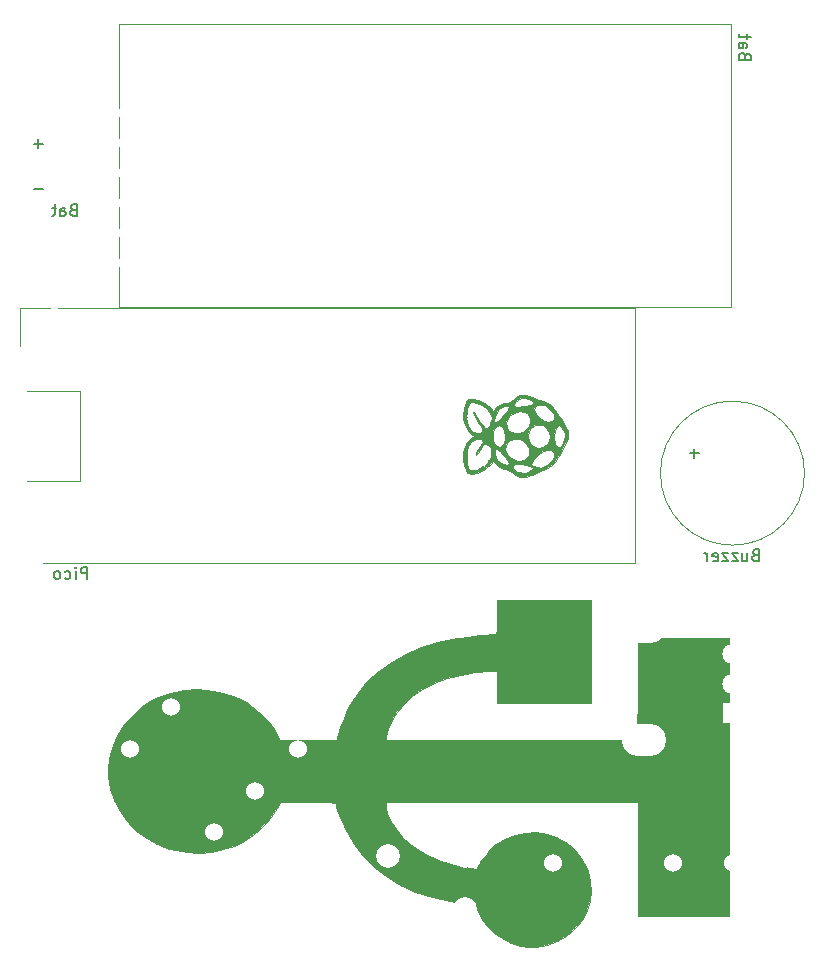
<source format=gbo>
G04 #@! TF.GenerationSoftware,KiCad,Pcbnew,6.0.0-d3dd2cf0fa~116~ubuntu20.04.1*
G04 #@! TF.CreationDate,2022-01-19T10:19:56+01:00*
G04 #@! TF.ProjectId,piconsole,7069636f-6e73-46f6-9c65-2e6b69636164,rev?*
G04 #@! TF.SameCoordinates,Original*
G04 #@! TF.FileFunction,Legend,Bot*
G04 #@! TF.FilePolarity,Positive*
%FSLAX46Y46*%
G04 Gerber Fmt 4.6, Leading zero omitted, Abs format (unit mm)*
G04 Created by KiCad (PCBNEW 6.0.0-d3dd2cf0fa~116~ubuntu20.04.1) date 2022-01-19 10:19:56*
%MOMM*%
%LPD*%
G01*
G04 APERTURE LIST*
%ADD10C,0.150000*%
%ADD11C,0.120000*%
%ADD12C,0.010000*%
%ADD13C,1.600000*%
%ADD14O,1.600000X1.600000*%
%ADD15C,2.100000*%
%ADD16R,1.700000X1.700000*%
%ADD17C,1.700000*%
%ADD18R,1.800000X1.800000*%
%ADD19C,1.800000*%
%ADD20R,1.600000X1.600000*%
%ADD21C,1.524000*%
%ADD22O,3.740000X2.720000*%
%ADD23C,2.000000*%
%ADD24R,2.200000X2.200000*%
%ADD25O,2.200000X2.200000*%
%ADD26O,1.700000X1.700000*%
%ADD27R,1.624000X1.624000*%
%ADD28C,1.624000*%
%ADD29C,3.100000*%
%ADD30R,2.700000X1.700000*%
G04 APERTURE END LIST*
D10*
X102190952Y-104837380D02*
X102190952Y-103837380D01*
X101810000Y-103837380D01*
X101714761Y-103885000D01*
X101667142Y-103932619D01*
X101619523Y-104027857D01*
X101619523Y-104170714D01*
X101667142Y-104265952D01*
X101714761Y-104313571D01*
X101810000Y-104361190D01*
X102190952Y-104361190D01*
X101190952Y-104837380D02*
X101190952Y-104170714D01*
X101190952Y-103837380D02*
X101238571Y-103885000D01*
X101190952Y-103932619D01*
X101143333Y-103885000D01*
X101190952Y-103837380D01*
X101190952Y-103932619D01*
X100286190Y-104789761D02*
X100381428Y-104837380D01*
X100571904Y-104837380D01*
X100667142Y-104789761D01*
X100714761Y-104742142D01*
X100762380Y-104646904D01*
X100762380Y-104361190D01*
X100714761Y-104265952D01*
X100667142Y-104218333D01*
X100571904Y-104170714D01*
X100381428Y-104170714D01*
X100286190Y-104218333D01*
X99714761Y-104837380D02*
X99810000Y-104789761D01*
X99857619Y-104742142D01*
X99905238Y-104646904D01*
X99905238Y-104361190D01*
X99857619Y-104265952D01*
X99810000Y-104218333D01*
X99714761Y-104170714D01*
X99571904Y-104170714D01*
X99476666Y-104218333D01*
X99429047Y-104265952D01*
X99381428Y-104361190D01*
X99381428Y-104646904D01*
X99429047Y-104742142D01*
X99476666Y-104789761D01*
X99571904Y-104837380D01*
X99714761Y-104837380D01*
X158738571Y-102813571D02*
X158595714Y-102861190D01*
X158548095Y-102908809D01*
X158500476Y-103004047D01*
X158500476Y-103146904D01*
X158548095Y-103242142D01*
X158595714Y-103289761D01*
X158690952Y-103337380D01*
X159071904Y-103337380D01*
X159071904Y-102337380D01*
X158738571Y-102337380D01*
X158643333Y-102385000D01*
X158595714Y-102432619D01*
X158548095Y-102527857D01*
X158548095Y-102623095D01*
X158595714Y-102718333D01*
X158643333Y-102765952D01*
X158738571Y-102813571D01*
X159071904Y-102813571D01*
X157643333Y-102670714D02*
X157643333Y-103337380D01*
X158071904Y-102670714D02*
X158071904Y-103194523D01*
X158024285Y-103289761D01*
X157929047Y-103337380D01*
X157786190Y-103337380D01*
X157690952Y-103289761D01*
X157643333Y-103242142D01*
X157262380Y-102670714D02*
X156738571Y-102670714D01*
X157262380Y-103337380D01*
X156738571Y-103337380D01*
X156452857Y-102670714D02*
X155929047Y-102670714D01*
X156452857Y-103337380D01*
X155929047Y-103337380D01*
X155167142Y-103289761D02*
X155262380Y-103337380D01*
X155452857Y-103337380D01*
X155548095Y-103289761D01*
X155595714Y-103194523D01*
X155595714Y-102813571D01*
X155548095Y-102718333D01*
X155452857Y-102670714D01*
X155262380Y-102670714D01*
X155167142Y-102718333D01*
X155119523Y-102813571D01*
X155119523Y-102908809D01*
X155595714Y-103004047D01*
X154690952Y-103337380D02*
X154690952Y-102670714D01*
X154690952Y-102861190D02*
X154643333Y-102765952D01*
X154595714Y-102718333D01*
X154500476Y-102670714D01*
X154405238Y-102670714D01*
X153940952Y-94206428D02*
X153179047Y-94206428D01*
X153560000Y-94587380D02*
X153560000Y-93825476D01*
X157881428Y-60551666D02*
X157833809Y-60408809D01*
X157786190Y-60361190D01*
X157690952Y-60313571D01*
X157548095Y-60313571D01*
X157452857Y-60361190D01*
X157405238Y-60408809D01*
X157357619Y-60504047D01*
X157357619Y-60885000D01*
X158357619Y-60885000D01*
X158357619Y-60551666D01*
X158310000Y-60456428D01*
X158262380Y-60408809D01*
X158167142Y-60361190D01*
X158071904Y-60361190D01*
X157976666Y-60408809D01*
X157929047Y-60456428D01*
X157881428Y-60551666D01*
X157881428Y-60885000D01*
X157357619Y-59456428D02*
X157881428Y-59456428D01*
X157976666Y-59504047D01*
X158024285Y-59599285D01*
X158024285Y-59789761D01*
X157976666Y-59885000D01*
X157405238Y-59456428D02*
X157357619Y-59551666D01*
X157357619Y-59789761D01*
X157405238Y-59885000D01*
X157500476Y-59932619D01*
X157595714Y-59932619D01*
X157690952Y-59885000D01*
X157738571Y-59789761D01*
X157738571Y-59551666D01*
X157786190Y-59456428D01*
X158024285Y-59123095D02*
X158024285Y-58742142D01*
X158357619Y-58980238D02*
X157500476Y-58980238D01*
X157405238Y-58932619D01*
X157357619Y-58837380D01*
X157357619Y-58742142D01*
X100996666Y-73588571D02*
X100853809Y-73636190D01*
X100806190Y-73683809D01*
X100758571Y-73779047D01*
X100758571Y-73921904D01*
X100806190Y-74017142D01*
X100853809Y-74064761D01*
X100949047Y-74112380D01*
X101330000Y-74112380D01*
X101330000Y-73112380D01*
X100996666Y-73112380D01*
X100901428Y-73160000D01*
X100853809Y-73207619D01*
X100806190Y-73302857D01*
X100806190Y-73398095D01*
X100853809Y-73493333D01*
X100901428Y-73540952D01*
X100996666Y-73588571D01*
X101330000Y-73588571D01*
X99901428Y-74112380D02*
X99901428Y-73588571D01*
X99949047Y-73493333D01*
X100044285Y-73445714D01*
X100234761Y-73445714D01*
X100330000Y-73493333D01*
X99901428Y-74064761D02*
X99996666Y-74112380D01*
X100234761Y-74112380D01*
X100330000Y-74064761D01*
X100377619Y-73969523D01*
X100377619Y-73874285D01*
X100330000Y-73779047D01*
X100234761Y-73731428D01*
X99996666Y-73731428D01*
X99901428Y-73683809D01*
X99568095Y-73445714D02*
X99187142Y-73445714D01*
X99425238Y-73112380D02*
X99425238Y-73969523D01*
X99377619Y-74064761D01*
X99282380Y-74112380D01*
X99187142Y-74112380D01*
X98424952Y-71826428D02*
X97663047Y-71826428D01*
X98424952Y-68016428D02*
X97663047Y-68016428D01*
X98044000Y-68397380D02*
X98044000Y-67635476D01*
D11*
X96520000Y-81915000D02*
X99060000Y-81915000D01*
X101553400Y-88900000D02*
X101553400Y-96520000D01*
X148590000Y-81915000D02*
X148590000Y-103505000D01*
X101553400Y-96520000D02*
X97053400Y-96520000D01*
X148590000Y-81915000D02*
X99695000Y-81915000D01*
X148590000Y-103505000D02*
X98425000Y-103505000D01*
X101553400Y-88900000D02*
X97053400Y-88900000D01*
X96520000Y-85090000D02*
X96520000Y-81915000D01*
D12*
X134084621Y-95194759D02*
X134245946Y-95652167D01*
X134245946Y-95652167D02*
X134358413Y-95839367D01*
X134358413Y-95839367D02*
X134505242Y-95914827D01*
X134505242Y-95914827D02*
X134687472Y-95926058D01*
X134687472Y-95926058D02*
X135156551Y-95857378D01*
X135156551Y-95857378D02*
X135628674Y-95674141D01*
X135628674Y-95674141D02*
X136047528Y-95405081D01*
X136047528Y-95405081D02*
X136356796Y-95078929D01*
X136356796Y-95078929D02*
X136361533Y-95071938D01*
X136361533Y-95071938D02*
X136518607Y-94838229D01*
X136518607Y-94838229D02*
X136869435Y-95161611D01*
X136869435Y-95161611D02*
X137217671Y-95418774D01*
X137217671Y-95418774D02*
X137575382Y-95542526D01*
X137575382Y-95542526D02*
X137592298Y-95545383D01*
X137592298Y-95545383D02*
X137984343Y-95679496D01*
X137984343Y-95679496D02*
X138218333Y-95846027D01*
X138218333Y-95846027D02*
X138574302Y-96119227D01*
X138574302Y-96119227D02*
X138925557Y-96243010D01*
X138925557Y-96243010D02*
X139304039Y-96220666D01*
X139304039Y-96220666D02*
X139741691Y-96055482D01*
X139741691Y-96055482D02*
X139827570Y-96011700D01*
X139827570Y-96011700D02*
X140177054Y-95846428D01*
X140177054Y-95846428D02*
X140555092Y-95695244D01*
X140555092Y-95695244D02*
X140768485Y-95624406D01*
X140768485Y-95624406D02*
X141063373Y-95522326D01*
X141063373Y-95522326D02*
X141310422Y-95389692D01*
X141310422Y-95389692D02*
X141535305Y-95201407D01*
X141535305Y-95201407D02*
X141763694Y-94932376D01*
X141763694Y-94932376D02*
X142021259Y-94557503D01*
X142021259Y-94557503D02*
X142270961Y-94155637D01*
X142270961Y-94155637D02*
X142575563Y-93620834D01*
X142575563Y-93620834D02*
X142775519Y-93186856D01*
X142775519Y-93186856D02*
X142879021Y-92828272D01*
X142879021Y-92828272D02*
X142894263Y-92519650D01*
X142894263Y-92519650D02*
X142859409Y-92329000D01*
X142859409Y-92329000D02*
X142780498Y-92144324D01*
X142780498Y-92144324D02*
X142626975Y-91859776D01*
X142626975Y-91859776D02*
X142422155Y-91512145D01*
X142422155Y-91512145D02*
X142189352Y-91138219D01*
X142189352Y-91138219D02*
X142132042Y-91050511D01*
X142132042Y-91050511D02*
X142132042Y-91822705D01*
X142132042Y-91822705D02*
X142305110Y-91941318D01*
X142305110Y-91941318D02*
X142472833Y-92198773D01*
X142472833Y-92198773D02*
X142601780Y-92474317D01*
X142601780Y-92474317D02*
X142651378Y-92672635D01*
X142651378Y-92672635D02*
X142626236Y-92863554D01*
X142626236Y-92863554D02*
X142533104Y-93111787D01*
X142533104Y-93111787D02*
X142347067Y-93472473D01*
X142347067Y-93472473D02*
X142167710Y-93668542D01*
X142167710Y-93668542D02*
X142005930Y-93704656D01*
X142005930Y-93704656D02*
X141872625Y-93585478D01*
X141872625Y-93585478D02*
X141778691Y-93315672D01*
X141778691Y-93315672D02*
X141735025Y-92899900D01*
X141735025Y-92899900D02*
X141733248Y-92769516D01*
X141733248Y-92769516D02*
X141765022Y-92338070D01*
X141765022Y-92338070D02*
X141850047Y-92030304D01*
X141850047Y-92030304D02*
X141976371Y-91855442D01*
X141976371Y-91855442D02*
X142132042Y-91822705D01*
X142132042Y-91822705D02*
X142132042Y-91050511D01*
X142132042Y-91050511D02*
X141951880Y-90774787D01*
X141951880Y-90774787D02*
X141733053Y-90458638D01*
X141733053Y-90458638D02*
X141556184Y-90226561D01*
X141556184Y-90226561D02*
X141466441Y-90130933D01*
X141466441Y-90130933D02*
X141247985Y-89994293D01*
X141247985Y-89994293D02*
X140945049Y-89860548D01*
X140945049Y-89860548D02*
X140738150Y-89792175D01*
X140738150Y-89792175D02*
X140540603Y-89727754D01*
X140540603Y-89727754D02*
X140540603Y-90085649D01*
X140540603Y-90085649D02*
X140542433Y-90085650D01*
X140542433Y-90085650D02*
X140898878Y-90152201D01*
X140898878Y-90152201D02*
X141223243Y-90329328D01*
X141223243Y-90329328D02*
X141487060Y-90584386D01*
X141487060Y-90584386D02*
X141661859Y-90884732D01*
X141661859Y-90884732D02*
X141719172Y-91197721D01*
X141719172Y-91197721D02*
X141680608Y-91390742D01*
X141680608Y-91390742D02*
X141566404Y-91488975D01*
X141566404Y-91488975D02*
X141399087Y-91512302D01*
X141399087Y-91512302D02*
X141399087Y-93897436D01*
X141399087Y-93897436D02*
X141604190Y-93979327D01*
X141604190Y-93979327D02*
X141713951Y-94172709D01*
X141713951Y-94172709D02*
X141709389Y-94445777D01*
X141709389Y-94445777D02*
X141592648Y-94755304D01*
X141592648Y-94755304D02*
X141563124Y-94806274D01*
X141563124Y-94806274D02*
X141303835Y-95105789D01*
X141303835Y-95105789D02*
X140970978Y-95312674D01*
X140970978Y-95312674D02*
X140606583Y-95415318D01*
X140606583Y-95415318D02*
X140252677Y-95402109D01*
X140252677Y-95402109D02*
X139951289Y-95261438D01*
X139951289Y-95261438D02*
X139942213Y-95254067D01*
X139942213Y-95254067D02*
X139742333Y-95088801D01*
X139742333Y-95088801D02*
X139920369Y-94773628D01*
X139920369Y-94773628D02*
X140144819Y-94478024D01*
X140144819Y-94478024D02*
X140441966Y-94225125D01*
X140441966Y-94225125D02*
X140774760Y-94032409D01*
X140774760Y-94032409D02*
X141106150Y-93917354D01*
X141106150Y-93917354D02*
X141399087Y-93897436D01*
X141399087Y-93897436D02*
X141399087Y-91512302D01*
X141399087Y-91512302D02*
X141312666Y-91524351D01*
X141312666Y-91524351D02*
X141276929Y-91524667D01*
X141276929Y-91524667D02*
X140889726Y-91449278D01*
X140889726Y-91449278D02*
X140521403Y-91248504D01*
X140521403Y-91248504D02*
X140419667Y-91146332D01*
X140419667Y-91146332D02*
X140419667Y-91782432D01*
X140419667Y-91782432D02*
X140790239Y-91848845D01*
X140790239Y-91848845D02*
X141066843Y-92052789D01*
X141066843Y-92052789D02*
X141258870Y-92401316D01*
X141258870Y-92401316D02*
X141264415Y-92416908D01*
X141264415Y-92416908D02*
X141340533Y-92820915D01*
X141340533Y-92820915D02*
X141261160Y-93191795D01*
X141261160Y-93191795D02*
X141165008Y-93373238D01*
X141165008Y-93373238D02*
X141003118Y-93539468D01*
X141003118Y-93539468D02*
X140771920Y-93682847D01*
X140771920Y-93682847D02*
X140744487Y-93694908D01*
X140744487Y-93694908D02*
X140388934Y-93764277D01*
X140388934Y-93764277D02*
X140061226Y-93686158D01*
X140061226Y-93686158D02*
X139789958Y-93482392D01*
X139789958Y-93482392D02*
X139603724Y-93174824D01*
X139603724Y-93174824D02*
X139531120Y-92785295D01*
X139531120Y-92785295D02*
X139530983Y-92767934D01*
X139530983Y-92767934D02*
X139595410Y-92349519D01*
X139595410Y-92349519D02*
X139780519Y-92035825D01*
X139780519Y-92035825D02*
X140072681Y-91841965D01*
X140072681Y-91841965D02*
X140419667Y-91782432D01*
X140419667Y-91782432D02*
X140419667Y-91146332D01*
X140419667Y-91146332D02*
X140234560Y-90960430D01*
X140234560Y-90960430D02*
X140166585Y-90849110D01*
X140166585Y-90849110D02*
X140048724Y-90523111D01*
X140048724Y-90523111D02*
X140073508Y-90283678D01*
X140073508Y-90283678D02*
X140238335Y-90136095D01*
X140238335Y-90136095D02*
X140540603Y-90085649D01*
X140540603Y-90085649D02*
X140540603Y-89727754D01*
X140540603Y-89727754D02*
X140374126Y-89673464D01*
X140374126Y-89673464D02*
X139994817Y-89524348D01*
X139994817Y-89524348D02*
X139825785Y-89447215D01*
X139825785Y-89447215D02*
X139556238Y-89329931D01*
X139556238Y-89329931D02*
X139323258Y-89254280D01*
X139323258Y-89254280D02*
X139261966Y-89244582D01*
X139261966Y-89244582D02*
X139261966Y-89542649D01*
X139261966Y-89542649D02*
X139585725Y-89613730D01*
X139585725Y-89613730D02*
X139730147Y-89688563D01*
X139730147Y-89688563D02*
X139899610Y-89840287D01*
X139899610Y-89840287D02*
X139904745Y-89971662D01*
X139904745Y-89971662D02*
X139743530Y-90090285D01*
X139743530Y-90090285D02*
X139608974Y-90144054D01*
X139608974Y-90144054D02*
X139363799Y-90199924D01*
X139363799Y-90199924D02*
X139033607Y-90238636D01*
X139033607Y-90238636D02*
X138821008Y-90248217D01*
X138821008Y-90248217D02*
X138821008Y-90649778D01*
X138821008Y-90649778D02*
X139093339Y-90668755D01*
X139093339Y-90668755D02*
X139280294Y-90748732D01*
X139280294Y-90748732D02*
X139459249Y-90919224D01*
X139459249Y-90919224D02*
X139654130Y-91229738D01*
X139654130Y-91229738D02*
X139683474Y-91549402D01*
X139683474Y-91549402D02*
X139547995Y-91893429D01*
X139547995Y-91893429D02*
X139507812Y-91956646D01*
X139507812Y-91956646D02*
X139205781Y-92277773D01*
X139205781Y-92277773D02*
X138832393Y-92469363D01*
X138832393Y-92469363D02*
X138426077Y-92512323D01*
X138426077Y-92512323D02*
X138405550Y-92510123D01*
X138405550Y-92510123D02*
X138405550Y-92974379D01*
X138405550Y-92974379D02*
X138814477Y-93019926D01*
X138814477Y-93019926D02*
X139077525Y-93141074D01*
X139077525Y-93141074D02*
X139370907Y-93398941D01*
X139370907Y-93398941D02*
X139555228Y-93719548D01*
X139555228Y-93719548D02*
X139621570Y-94062952D01*
X139621570Y-94062952D02*
X139561014Y-94389211D01*
X139561014Y-94389211D02*
X139407515Y-94618848D01*
X139407515Y-94618848D02*
X139128898Y-94787202D01*
X139128898Y-94787202D02*
X138784316Y-94837689D01*
X138784316Y-94837689D02*
X138694161Y-94823542D01*
X138694161Y-94823542D02*
X138694161Y-95092147D01*
X138694161Y-95092147D02*
X139020988Y-95110290D01*
X139020988Y-95110290D02*
X139357124Y-95170408D01*
X139357124Y-95170408D02*
X139651980Y-95269077D01*
X139651980Y-95269077D02*
X139699622Y-95292138D01*
X139699622Y-95292138D02*
X139987926Y-95441226D01*
X139987926Y-95441226D02*
X139754575Y-95641946D01*
X139754575Y-95641946D02*
X139539655Y-95778803D01*
X139539655Y-95778803D02*
X139273210Y-95836461D01*
X139273210Y-95836461D02*
X139096099Y-95842667D01*
X139096099Y-95842667D02*
X138809951Y-95824915D01*
X138809951Y-95824915D02*
X138611605Y-95751713D01*
X138611605Y-95751713D02*
X138421463Y-95593135D01*
X138421463Y-95593135D02*
X138414868Y-95586560D01*
X138414868Y-95586560D02*
X138259292Y-95414125D01*
X138259292Y-95414125D02*
X138216736Y-95300543D01*
X138216736Y-95300543D02*
X138269309Y-95197260D01*
X138269309Y-95197260D02*
X138270786Y-95195473D01*
X138270786Y-95195473D02*
X138427231Y-95119400D01*
X138427231Y-95119400D02*
X138694161Y-95092147D01*
X138694161Y-95092147D02*
X138694161Y-94823542D01*
X138694161Y-94823542D02*
X138418793Y-94780331D01*
X138418793Y-94780331D02*
X138077352Y-94625152D01*
X138077352Y-94625152D02*
X137805015Y-94382175D01*
X137805015Y-94382175D02*
X137714444Y-94241949D01*
X137714444Y-94241949D02*
X137589687Y-93861631D01*
X137589687Y-93861631D02*
X137618379Y-93520890D01*
X137618379Y-93520890D02*
X137795185Y-93240856D01*
X137795185Y-93240856D02*
X138004972Y-93091876D01*
X138004972Y-93091876D02*
X138405550Y-92974379D01*
X138405550Y-92974379D02*
X138405550Y-92510123D01*
X138405550Y-92510123D02*
X138395915Y-92509090D01*
X138395915Y-92509090D02*
X138045654Y-92404573D01*
X138045654Y-92404573D02*
X137810586Y-92209863D01*
X137810586Y-92209863D02*
X137684370Y-91952683D01*
X137684370Y-91952683D02*
X137660668Y-91660758D01*
X137660668Y-91660758D02*
X137733142Y-91361810D01*
X137733142Y-91361810D02*
X137895454Y-91083565D01*
X137895454Y-91083565D02*
X138141265Y-90853744D01*
X138141265Y-90853744D02*
X138464237Y-90700072D01*
X138464237Y-90700072D02*
X138821008Y-90649778D01*
X138821008Y-90649778D02*
X138821008Y-90248217D01*
X138821008Y-90248217D02*
X138783945Y-90249888D01*
X138783945Y-90249888D02*
X138493763Y-90248193D01*
X138493763Y-90248193D02*
X138336419Y-90228058D01*
X138336419Y-90228058D02*
X138275511Y-90176782D01*
X138275511Y-90176782D02*
X138274641Y-90081668D01*
X138274641Y-90081668D02*
X138275945Y-90072661D01*
X138275945Y-90072661D02*
X138388168Y-89841233D01*
X138388168Y-89841233D02*
X138619223Y-89668013D01*
X138619223Y-89668013D02*
X138925144Y-89564615D01*
X138925144Y-89564615D02*
X139261966Y-89542649D01*
X139261966Y-89542649D02*
X139261966Y-89244582D01*
X139261966Y-89244582D02*
X139224586Y-89238667D01*
X139224586Y-89238667D02*
X138855572Y-89304425D01*
X138855572Y-89304425D02*
X138474155Y-89479151D01*
X138474155Y-89479151D02*
X138214302Y-89673354D01*
X138214302Y-89673354D02*
X138007386Y-89827885D01*
X138007386Y-89827885D02*
X137812827Y-89911270D01*
X137812827Y-89911270D02*
X137786929Y-89914235D01*
X137786929Y-89914235D02*
X137786929Y-90197954D01*
X137786929Y-90197954D02*
X137842571Y-90215570D01*
X137842571Y-90215570D02*
X137863381Y-90320005D01*
X137863381Y-90320005D02*
X137770556Y-90520573D01*
X137770556Y-90520573D02*
X137575353Y-90799060D01*
X137575353Y-90799060D02*
X137289030Y-91137250D01*
X137289030Y-91137250D02*
X137239552Y-91191317D01*
X137239552Y-91191317D02*
X137049710Y-91382677D01*
X137049710Y-91382677D02*
X137049710Y-91839541D01*
X137049710Y-91839541D02*
X137238960Y-91909492D01*
X137238960Y-91909492D02*
X137396231Y-92090993D01*
X137396231Y-92090993D02*
X137509101Y-92355226D01*
X137509101Y-92355226D02*
X137565149Y-92673376D01*
X137565149Y-92673376D02*
X137551953Y-93016626D01*
X137551953Y-93016626D02*
X137460653Y-93347719D01*
X137460653Y-93347719D02*
X137303535Y-93574646D01*
X137303535Y-93574646D02*
X137099929Y-93642825D01*
X137099929Y-93642825D02*
X136868546Y-93549785D01*
X136868546Y-93549785D02*
X136814337Y-93501199D01*
X136814337Y-93501199D02*
X136814337Y-93794909D01*
X136814337Y-93794909D02*
X136938784Y-93889356D01*
X136938784Y-93889356D02*
X137097006Y-94037493D01*
X137097006Y-94037493D02*
X137330061Y-94278312D01*
X137330061Y-94278312D02*
X137558508Y-94543163D01*
X137558508Y-94543163D02*
X137752773Y-94794197D01*
X137752773Y-94794197D02*
X137883281Y-94993561D01*
X137883281Y-94993561D02*
X137922000Y-95093370D01*
X137922000Y-95093370D02*
X137849348Y-95147100D01*
X137849348Y-95147100D02*
X137706129Y-95165333D01*
X137706129Y-95165333D02*
X137410298Y-95105700D01*
X137410298Y-95105700D02*
X137106557Y-94956683D01*
X137106557Y-94956683D02*
X136912625Y-94792316D01*
X136912625Y-94792316D02*
X136800894Y-94575639D01*
X136800894Y-94575639D02*
X136723385Y-94280255D01*
X136723385Y-94280255D02*
X136699829Y-93996169D01*
X136699829Y-93996169D02*
X136714237Y-93887294D01*
X136714237Y-93887294D02*
X136750415Y-93798510D01*
X136750415Y-93798510D02*
X136814337Y-93794909D01*
X136814337Y-93794909D02*
X136814337Y-93501199D01*
X136814337Y-93501199D02*
X136748072Y-93441807D01*
X136748072Y-93441807D02*
X136579091Y-93156952D01*
X136579091Y-93156952D02*
X136509161Y-92805936D01*
X136509161Y-92805936D02*
X136535006Y-92442829D01*
X136535006Y-92442829D02*
X136653349Y-92121700D01*
X136653349Y-92121700D02*
X136840903Y-91909956D01*
X136840903Y-91909956D02*
X137049710Y-91839541D01*
X137049710Y-91839541D02*
X137049710Y-91382677D01*
X137049710Y-91382677D02*
X136979427Y-91453523D01*
X136979427Y-91453523D02*
X136803337Y-91579405D01*
X136803337Y-91579405D02*
X136699320Y-91572134D01*
X136699320Y-91572134D02*
X136655414Y-91434877D01*
X136655414Y-91434877D02*
X136652000Y-91346962D01*
X136652000Y-91346962D02*
X136706587Y-91018030D01*
X136706587Y-91018030D02*
X136847687Y-90694599D01*
X136847687Y-90694599D02*
X137041305Y-90447917D01*
X137041305Y-90447917D02*
X137103794Y-90400018D01*
X137103794Y-90400018D02*
X137337124Y-90284557D01*
X137337124Y-90284557D02*
X137587154Y-90211630D01*
X137587154Y-90211630D02*
X137786929Y-90197954D01*
X137786929Y-90197954D02*
X137786929Y-89914235D01*
X137786929Y-89914235D02*
X137771516Y-89916000D01*
X137771516Y-89916000D02*
X137454555Y-89974086D01*
X137454555Y-89974086D02*
X137115128Y-90123027D01*
X137115128Y-90123027D02*
X136829098Y-90324843D01*
X136829098Y-90324843D02*
X136725518Y-90439656D01*
X136725518Y-90439656D02*
X136547220Y-90690053D01*
X136547220Y-90690053D02*
X136331663Y-90387097D01*
X136331663Y-90387097D02*
X136060103Y-90116159D01*
X136060103Y-90116159D02*
X135676289Y-89874866D01*
X135676289Y-89874866D02*
X135237299Y-89692370D01*
X135237299Y-89692370D02*
X134800212Y-89597827D01*
X134800212Y-89597827D02*
X134783358Y-89596268D01*
X134783358Y-89596268D02*
X134764142Y-89595121D01*
X134764142Y-89595121D02*
X134764142Y-89879744D01*
X134764142Y-89879744D02*
X134768167Y-89879981D01*
X134768167Y-89879981D02*
X134945344Y-89893858D01*
X134945344Y-89893858D02*
X135022167Y-89905082D01*
X135022167Y-89905082D02*
X135086554Y-89914284D01*
X135086554Y-89914284D02*
X135182585Y-89949268D01*
X135182585Y-89949268D02*
X135363813Y-90037695D01*
X135363813Y-90037695D02*
X135404054Y-90058902D01*
X135404054Y-90058902D02*
X135594562Y-90156187D01*
X135594562Y-90156187D02*
X135711735Y-90207969D01*
X135711735Y-90207969D02*
X135720667Y-90210201D01*
X135720667Y-90210201D02*
X135841638Y-90279077D01*
X135841638Y-90279077D02*
X135992024Y-90422699D01*
X135992024Y-90422699D02*
X136111317Y-90576849D01*
X136111317Y-90576849D02*
X136144000Y-90659480D01*
X136144000Y-90659480D02*
X136190414Y-90731686D01*
X136190414Y-90731686D02*
X136228667Y-90720333D01*
X136228667Y-90720333D02*
X136295307Y-90746257D01*
X136295307Y-90746257D02*
X136313333Y-90842336D01*
X136313333Y-90842336D02*
X136350589Y-90982562D01*
X136350589Y-90982562D02*
X136404727Y-91016667D01*
X136404727Y-91016667D02*
X136451978Y-91086626D01*
X136451978Y-91086626D02*
X136441074Y-91265089D01*
X136441074Y-91265089D02*
X136380598Y-91504933D01*
X136380598Y-91504933D02*
X136279133Y-91759034D01*
X136279133Y-91759034D02*
X136263934Y-91789573D01*
X136263934Y-91789573D02*
X136142462Y-91966944D01*
X136142462Y-91966944D02*
X136029852Y-92058352D01*
X136029852Y-92058352D02*
X135879812Y-92027804D01*
X135879812Y-92027804D02*
X135676382Y-91851668D01*
X135676382Y-91851668D02*
X135430094Y-91541162D01*
X135430094Y-91541162D02*
X135176017Y-91148647D01*
X135176017Y-91148647D02*
X135027499Y-90907555D01*
X135027499Y-90907555D02*
X134919706Y-90744527D01*
X134919706Y-90744527D02*
X134874290Y-90692173D01*
X134874290Y-90692173D02*
X134874000Y-90693807D01*
X134874000Y-90693807D02*
X134914377Y-90841725D01*
X134914377Y-90841725D02*
X135020488Y-91087824D01*
X135020488Y-91087824D02*
X135169808Y-91385773D01*
X135169808Y-91385773D02*
X135339807Y-91689242D01*
X135339807Y-91689242D02*
X135426526Y-91830139D01*
X135426526Y-91830139D02*
X135578425Y-92074257D01*
X135578425Y-92074257D02*
X135646713Y-92220788D01*
X135646713Y-92220788D02*
X135640584Y-92313784D01*
X135640584Y-92313784D02*
X135569228Y-92397297D01*
X135569228Y-92397297D02*
X135548762Y-92415993D01*
X135548762Y-92415993D02*
X135486610Y-92446387D01*
X135486610Y-92446387D02*
X135486610Y-92988893D01*
X135486610Y-92988893D02*
X135644820Y-93077727D01*
X135644820Y-93077727D02*
X135657981Y-93249359D01*
X135657981Y-93249359D02*
X135526205Y-93489363D01*
X135526205Y-93489363D02*
X135357500Y-93735948D01*
X135357500Y-93735948D02*
X135208571Y-93989920D01*
X135208571Y-93989920D02*
X135102008Y-94207988D01*
X135102008Y-94207988D02*
X135060400Y-94346863D01*
X135060400Y-94346863D02*
X135066589Y-94370144D01*
X135066589Y-94370144D02*
X135127168Y-94323911D01*
X135127168Y-94323911D02*
X135251787Y-94168382D01*
X135251787Y-94168382D02*
X135413572Y-93937122D01*
X135413572Y-93937122D02*
X135415027Y-93934932D01*
X135415027Y-93934932D02*
X135639137Y-93622770D01*
X135639137Y-93622770D02*
X135813869Y-93452725D01*
X135813869Y-93452725D02*
X135963141Y-93414268D01*
X135963141Y-93414268D02*
X136110876Y-93496868D01*
X136110876Y-93496868D02*
X136199675Y-93589543D01*
X136199675Y-93589543D02*
X136328594Y-93773858D01*
X136328594Y-93773858D02*
X136386250Y-93973694D01*
X136386250Y-93973694D02*
X136381150Y-94243176D01*
X136381150Y-94243176D02*
X136343930Y-94507485D01*
X136343930Y-94507485D02*
X136293873Y-94697560D01*
X136293873Y-94697560D02*
X136233810Y-94780369D01*
X136233810Y-94780369D02*
X136217861Y-94777655D01*
X136217861Y-94777655D02*
X136147765Y-94791650D01*
X136147765Y-94791650D02*
X136144000Y-94815622D01*
X136144000Y-94815622D02*
X136090165Y-94941253D01*
X136090165Y-94941253D02*
X136032682Y-95011119D01*
X136032682Y-95011119D02*
X135897807Y-95177847D01*
X135897807Y-95177847D02*
X135823590Y-95292333D01*
X135823590Y-95292333D02*
X135749804Y-95381169D01*
X135749804Y-95381169D02*
X135723241Y-95350068D01*
X135723241Y-95350068D02*
X135675213Y-95304397D01*
X135675213Y-95304397D02*
X135527224Y-95377525D01*
X135527224Y-95377525D02*
X135472181Y-95415406D01*
X135472181Y-95415406D02*
X135289872Y-95529771D01*
X135289872Y-95529771D02*
X135165220Y-95580580D01*
X135165220Y-95580580D02*
X135154681Y-95580479D01*
X135154681Y-95580479D02*
X135043333Y-95587922D01*
X135043333Y-95587922D02*
X134937440Y-95607887D01*
X134937440Y-95607887D02*
X134740250Y-95629403D01*
X134740250Y-95629403D02*
X134733326Y-95629997D01*
X134733326Y-95629997D02*
X134552857Y-95628643D01*
X134552857Y-95628643D02*
X134461098Y-95552720D01*
X134461098Y-95552720D02*
X134404675Y-95356347D01*
X134404675Y-95356347D02*
X134402442Y-95345549D01*
X134402442Y-95345549D02*
X134363073Y-95078688D01*
X134363073Y-95078688D02*
X134336949Y-94753054D01*
X134336949Y-94753054D02*
X134324706Y-94413581D01*
X134324706Y-94413581D02*
X134326976Y-94105203D01*
X134326976Y-94105203D02*
X134344395Y-93872855D01*
X134344395Y-93872855D02*
X134377598Y-93761471D01*
X134377598Y-93761471D02*
X134380047Y-93759652D01*
X134380047Y-93759652D02*
X134415638Y-93660662D01*
X134415638Y-93660662D02*
X134404348Y-93634885D01*
X134404348Y-93634885D02*
X134425752Y-93542861D01*
X134425752Y-93542861D02*
X134487147Y-93504863D01*
X134487147Y-93504863D02*
X134580672Y-93430417D01*
X134580672Y-93430417D02*
X134579177Y-93389777D01*
X134579177Y-93389777D02*
X134597108Y-93281567D01*
X134597108Y-93281567D02*
X134734921Y-93159577D01*
X134734921Y-93159577D02*
X134948620Y-93052648D01*
X134948620Y-93052648D02*
X135188441Y-92990378D01*
X135188441Y-92990378D02*
X135486610Y-92988893D01*
X135486610Y-92988893D02*
X135486610Y-92446387D01*
X135486610Y-92446387D02*
X135339220Y-92518467D01*
X135339220Y-92518467D02*
X135152578Y-92502634D01*
X135152578Y-92502634D02*
X134909409Y-92417596D01*
X134909409Y-92417596D02*
X134705008Y-92303801D01*
X134705008Y-92303801D02*
X134583741Y-92190426D01*
X134583741Y-92190426D02*
X134574482Y-92122485D01*
X134574482Y-92122485D02*
X134550085Y-92035778D01*
X134550085Y-92035778D02*
X134493941Y-92002410D01*
X134493941Y-92002410D02*
X134408828Y-91898667D01*
X134408828Y-91898667D02*
X134415533Y-91832769D01*
X134415533Y-91832769D02*
X134407270Y-91694042D01*
X134407270Y-91694042D02*
X134370391Y-91654380D01*
X134370391Y-91654380D02*
X134317102Y-91550889D01*
X134317102Y-91550889D02*
X134329574Y-91515107D01*
X134329574Y-91515107D02*
X134325590Y-91389564D01*
X134325590Y-91389564D02*
X134278255Y-91309291D01*
X134278255Y-91309291D02*
X134220994Y-91208446D01*
X134220994Y-91208446D02*
X134273945Y-91186000D01*
X134273945Y-91186000D02*
X134329570Y-91147887D01*
X134329570Y-91147887D02*
X134278624Y-91011628D01*
X134278624Y-91011628D02*
X134275865Y-91006449D01*
X134275865Y-91006449D02*
X134232132Y-90890642D01*
X134232132Y-90890642D02*
X134262921Y-90878287D01*
X134262921Y-90878287D02*
X134316984Y-90838030D01*
X134316984Y-90838030D02*
X134347555Y-90661073D01*
X134347555Y-90661073D02*
X134350997Y-90572684D01*
X134350997Y-90572684D02*
X134373324Y-90345755D01*
X134373324Y-90345755D02*
X134423409Y-90204147D01*
X134423409Y-90204147D02*
X134445629Y-90185790D01*
X134445629Y-90185790D02*
X134523254Y-90087339D01*
X134523254Y-90087339D02*
X134535333Y-90010844D01*
X134535333Y-90010844D02*
X134587524Y-89902597D01*
X134587524Y-89902597D02*
X134764142Y-89879744D01*
X134764142Y-89879744D02*
X134764142Y-89595121D01*
X134764142Y-89595121D02*
X134536004Y-89581498D01*
X134536004Y-89581498D02*
X134398051Y-89614131D01*
X134398051Y-89614131D02*
X134310321Y-89725593D01*
X134310321Y-89725593D02*
X134239743Y-89884948D01*
X134239743Y-89884948D02*
X134069332Y-90444886D01*
X134069332Y-90444886D02*
X134012119Y-91008623D01*
X134012119Y-91008623D02*
X134062939Y-91544333D01*
X134062939Y-91544333D02*
X134216630Y-92020190D01*
X134216630Y-92020190D02*
X134468026Y-92404369D01*
X134468026Y-92404369D02*
X134678306Y-92587769D01*
X134678306Y-92587769D02*
X134935044Y-92761872D01*
X134935044Y-92761872D02*
X134653034Y-92946735D01*
X134653034Y-92946735D02*
X134354943Y-93237896D01*
X134354943Y-93237896D02*
X134143863Y-93642797D01*
X134143863Y-93642797D02*
X134024986Y-94126919D01*
X134024986Y-94126919D02*
X134003508Y-94655745D01*
X134003508Y-94655745D02*
X134084621Y-95194759D01*
X134084621Y-95194759D02*
X134084621Y-95194759D01*
G36*
X140945049Y-89860548D02*
G01*
X141247985Y-89994293D01*
X141466441Y-90130933D01*
X141556184Y-90226561D01*
X141733053Y-90458638D01*
X141951880Y-90774787D01*
X142132042Y-91050511D01*
X142189352Y-91138219D01*
X142422155Y-91512145D01*
X142626975Y-91859776D01*
X142780498Y-92144324D01*
X142859409Y-92329000D01*
X142894263Y-92519650D01*
X142879021Y-92828272D01*
X142775519Y-93186856D01*
X142575563Y-93620834D01*
X142270961Y-94155637D01*
X142021259Y-94557503D01*
X141763694Y-94932376D01*
X141535305Y-95201407D01*
X141310422Y-95389692D01*
X141063373Y-95522326D01*
X140768485Y-95624406D01*
X140555092Y-95695244D01*
X140177054Y-95846428D01*
X139827570Y-96011700D01*
X139741691Y-96055482D01*
X139304039Y-96220666D01*
X138925557Y-96243010D01*
X138574302Y-96119227D01*
X138218333Y-95846027D01*
X137984343Y-95679496D01*
X137592298Y-95545383D01*
X137575382Y-95542526D01*
X137217671Y-95418774D01*
X137057569Y-95300543D01*
X138216736Y-95300543D01*
X138259292Y-95414125D01*
X138414868Y-95586560D01*
X138421463Y-95593135D01*
X138611605Y-95751713D01*
X138809951Y-95824915D01*
X139096099Y-95842667D01*
X139273210Y-95836461D01*
X139539655Y-95778803D01*
X139754575Y-95641946D01*
X139987926Y-95441226D01*
X139699622Y-95292138D01*
X139651980Y-95269077D01*
X139357124Y-95170408D01*
X139020988Y-95110290D01*
X138694161Y-95092147D01*
X138427231Y-95119400D01*
X138270786Y-95195473D01*
X138269309Y-95197260D01*
X138216736Y-95300543D01*
X137057569Y-95300543D01*
X136869435Y-95161611D01*
X136518607Y-94838229D01*
X136361533Y-95071938D01*
X136356796Y-95078929D01*
X136047528Y-95405081D01*
X135628674Y-95674141D01*
X135156551Y-95857378D01*
X134687472Y-95926058D01*
X134505242Y-95914827D01*
X134358413Y-95839367D01*
X134245946Y-95652167D01*
X134084621Y-95194759D01*
X134003508Y-94655745D01*
X134013343Y-94413581D01*
X134324706Y-94413581D01*
X134336949Y-94753054D01*
X134363073Y-95078688D01*
X134402442Y-95345549D01*
X134404675Y-95356347D01*
X134461098Y-95552720D01*
X134552857Y-95628643D01*
X134733326Y-95629997D01*
X134740250Y-95629403D01*
X134937440Y-95607887D01*
X135043333Y-95587922D01*
X135154681Y-95580479D01*
X135165220Y-95580580D01*
X135289872Y-95529771D01*
X135472181Y-95415406D01*
X135527224Y-95377525D01*
X135675213Y-95304397D01*
X135723241Y-95350068D01*
X135749804Y-95381169D01*
X135823590Y-95292333D01*
X135897807Y-95177847D01*
X136032682Y-95011119D01*
X136090165Y-94941253D01*
X136144000Y-94815622D01*
X136147765Y-94791650D01*
X136217861Y-94777655D01*
X136233810Y-94780369D01*
X136293873Y-94697560D01*
X136343930Y-94507485D01*
X136381150Y-94243176D01*
X136385825Y-93996169D01*
X136699829Y-93996169D01*
X136723385Y-94280255D01*
X136800894Y-94575639D01*
X136912625Y-94792316D01*
X137106557Y-94956683D01*
X137410298Y-95105700D01*
X137706129Y-95165333D01*
X137849348Y-95147100D01*
X137922000Y-95093370D01*
X137920228Y-95088801D01*
X139742333Y-95088801D01*
X139942213Y-95254067D01*
X139951289Y-95261438D01*
X140252677Y-95402109D01*
X140606583Y-95415318D01*
X140970978Y-95312674D01*
X141303835Y-95105789D01*
X141563124Y-94806274D01*
X141592648Y-94755304D01*
X141709389Y-94445777D01*
X141713951Y-94172709D01*
X141604190Y-93979327D01*
X141399087Y-93897436D01*
X141106150Y-93917354D01*
X140774760Y-94032409D01*
X140441966Y-94225125D01*
X140144819Y-94478024D01*
X139920369Y-94773628D01*
X139742333Y-95088801D01*
X137920228Y-95088801D01*
X137883281Y-94993561D01*
X137752773Y-94794197D01*
X137558508Y-94543163D01*
X137330061Y-94278312D01*
X137097006Y-94037493D01*
X136938784Y-93889356D01*
X136902252Y-93861631D01*
X137589687Y-93861631D01*
X137714444Y-94241949D01*
X137805015Y-94382175D01*
X138077352Y-94625152D01*
X138418793Y-94780331D01*
X138694161Y-94823542D01*
X138784316Y-94837689D01*
X139128898Y-94787202D01*
X139407515Y-94618848D01*
X139561014Y-94389211D01*
X139621570Y-94062952D01*
X139555228Y-93719548D01*
X139370907Y-93398941D01*
X139077525Y-93141074D01*
X138814477Y-93019926D01*
X138405550Y-92974379D01*
X138004972Y-93091876D01*
X137795185Y-93240856D01*
X137618379Y-93520890D01*
X137589687Y-93861631D01*
X136902252Y-93861631D01*
X136814337Y-93794909D01*
X136750415Y-93798510D01*
X136714237Y-93887294D01*
X136699829Y-93996169D01*
X136385825Y-93996169D01*
X136386250Y-93973694D01*
X136328594Y-93773858D01*
X136199675Y-93589543D01*
X136110876Y-93496868D01*
X135963141Y-93414268D01*
X135813869Y-93452725D01*
X135639137Y-93622770D01*
X135415027Y-93934932D01*
X135413572Y-93937122D01*
X135251787Y-94168382D01*
X135127168Y-94323911D01*
X135066589Y-94370144D01*
X135060400Y-94346863D01*
X135102008Y-94207988D01*
X135208571Y-93989920D01*
X135357500Y-93735948D01*
X135526205Y-93489363D01*
X135657981Y-93249359D01*
X135644820Y-93077727D01*
X135486610Y-92988893D01*
X135188441Y-92990378D01*
X134948620Y-93052648D01*
X134734921Y-93159577D01*
X134597108Y-93281567D01*
X134579177Y-93389777D01*
X134580672Y-93430417D01*
X134487147Y-93504863D01*
X134425752Y-93542861D01*
X134404348Y-93634885D01*
X134415638Y-93660662D01*
X134380047Y-93759652D01*
X134377598Y-93761471D01*
X134344395Y-93872855D01*
X134326976Y-94105203D01*
X134324706Y-94413581D01*
X134013343Y-94413581D01*
X134024986Y-94126919D01*
X134143863Y-93642797D01*
X134354943Y-93237896D01*
X134653034Y-92946735D01*
X134867824Y-92805936D01*
X136509161Y-92805936D01*
X136579091Y-93156952D01*
X136748072Y-93441807D01*
X136814337Y-93501199D01*
X136868546Y-93549785D01*
X137099929Y-93642825D01*
X137303535Y-93574646D01*
X137460653Y-93347719D01*
X137551953Y-93016626D01*
X137561514Y-92767934D01*
X139530983Y-92767934D01*
X139531120Y-92785295D01*
X139603724Y-93174824D01*
X139789958Y-93482392D01*
X140061226Y-93686158D01*
X140388934Y-93764277D01*
X140744487Y-93694908D01*
X140771920Y-93682847D01*
X141003118Y-93539468D01*
X141165008Y-93373238D01*
X141261160Y-93191795D01*
X141340533Y-92820915D01*
X141330849Y-92769516D01*
X141733248Y-92769516D01*
X141735025Y-92899900D01*
X141778691Y-93315672D01*
X141872625Y-93585478D01*
X142005930Y-93704656D01*
X142167710Y-93668542D01*
X142347067Y-93472473D01*
X142533104Y-93111787D01*
X142626236Y-92863554D01*
X142651378Y-92672635D01*
X142601780Y-92474317D01*
X142472833Y-92198773D01*
X142305110Y-91941318D01*
X142132042Y-91822705D01*
X141976371Y-91855442D01*
X141850047Y-92030304D01*
X141765022Y-92338070D01*
X141733248Y-92769516D01*
X141330849Y-92769516D01*
X141264415Y-92416908D01*
X141258870Y-92401316D01*
X141066843Y-92052789D01*
X140790239Y-91848845D01*
X140419667Y-91782432D01*
X140072681Y-91841965D01*
X139780519Y-92035825D01*
X139595410Y-92349519D01*
X139530983Y-92767934D01*
X137561514Y-92767934D01*
X137565149Y-92673376D01*
X137509101Y-92355226D01*
X137396231Y-92090993D01*
X137238960Y-91909492D01*
X137049710Y-91839541D01*
X136840903Y-91909956D01*
X136653349Y-92121700D01*
X136535006Y-92442829D01*
X136509161Y-92805936D01*
X134867824Y-92805936D01*
X134935044Y-92761872D01*
X134678306Y-92587769D01*
X134468026Y-92404369D01*
X134216630Y-92020190D01*
X134062939Y-91544333D01*
X134031075Y-91208446D01*
X134220994Y-91208446D01*
X134278255Y-91309291D01*
X134325590Y-91389564D01*
X134329574Y-91515107D01*
X134317102Y-91550889D01*
X134370391Y-91654380D01*
X134407270Y-91694042D01*
X134415533Y-91832769D01*
X134408828Y-91898667D01*
X134493941Y-92002410D01*
X134550085Y-92035778D01*
X134574482Y-92122485D01*
X134583741Y-92190426D01*
X134705008Y-92303801D01*
X134909409Y-92417596D01*
X135152578Y-92502634D01*
X135339220Y-92518467D01*
X135486610Y-92446387D01*
X135548762Y-92415993D01*
X135569228Y-92397297D01*
X135640584Y-92313784D01*
X135646713Y-92220788D01*
X135578425Y-92074257D01*
X135426526Y-91830139D01*
X135339807Y-91689242D01*
X135169808Y-91385773D01*
X135020488Y-91087824D01*
X134914377Y-90841725D01*
X134874000Y-90693807D01*
X134874290Y-90692173D01*
X134919706Y-90744527D01*
X135027499Y-90907555D01*
X135176017Y-91148647D01*
X135430094Y-91541162D01*
X135676382Y-91851668D01*
X135879812Y-92027804D01*
X136029852Y-92058352D01*
X136142462Y-91966944D01*
X136263934Y-91789573D01*
X136279133Y-91759034D01*
X136318376Y-91660758D01*
X137660668Y-91660758D01*
X137684370Y-91952683D01*
X137810586Y-92209863D01*
X138045654Y-92404573D01*
X138395915Y-92509090D01*
X138405550Y-92510123D01*
X138426077Y-92512323D01*
X138832393Y-92469363D01*
X139205781Y-92277773D01*
X139507812Y-91956646D01*
X139547995Y-91893429D01*
X139683474Y-91549402D01*
X139654130Y-91229738D01*
X139459249Y-90919224D01*
X139280294Y-90748732D01*
X139093339Y-90668755D01*
X138821008Y-90649778D01*
X138464237Y-90700072D01*
X138141265Y-90853744D01*
X137895454Y-91083565D01*
X137733142Y-91361810D01*
X137660668Y-91660758D01*
X136318376Y-91660758D01*
X136380598Y-91504933D01*
X136420430Y-91346962D01*
X136652000Y-91346962D01*
X136655414Y-91434877D01*
X136699320Y-91572134D01*
X136803337Y-91579405D01*
X136979427Y-91453523D01*
X137049710Y-91382677D01*
X137239552Y-91191317D01*
X137289030Y-91137250D01*
X137575353Y-90799060D01*
X137768777Y-90523111D01*
X140048724Y-90523111D01*
X140166585Y-90849110D01*
X140234560Y-90960430D01*
X140419667Y-91146332D01*
X140521403Y-91248504D01*
X140889726Y-91449278D01*
X141276929Y-91524667D01*
X141312666Y-91524351D01*
X141399087Y-91512302D01*
X141566404Y-91488975D01*
X141680608Y-91390742D01*
X141719172Y-91197721D01*
X141661859Y-90884732D01*
X141487060Y-90584386D01*
X141223243Y-90329328D01*
X140898878Y-90152201D01*
X140542433Y-90085650D01*
X140540603Y-90085649D01*
X140238335Y-90136095D01*
X140073508Y-90283678D01*
X140048724Y-90523111D01*
X137768777Y-90523111D01*
X137770556Y-90520573D01*
X137863381Y-90320005D01*
X137842571Y-90215570D01*
X137786929Y-90197954D01*
X137587154Y-90211630D01*
X137337124Y-90284557D01*
X137103794Y-90400018D01*
X137041305Y-90447917D01*
X136847687Y-90694599D01*
X136706587Y-91018030D01*
X136652000Y-91346962D01*
X136420430Y-91346962D01*
X136441074Y-91265089D01*
X136451978Y-91086626D01*
X136404727Y-91016667D01*
X136350589Y-90982562D01*
X136313333Y-90842336D01*
X136295307Y-90746257D01*
X136228667Y-90720333D01*
X136190414Y-90731686D01*
X136144000Y-90659480D01*
X136111317Y-90576849D01*
X135992024Y-90422699D01*
X135841638Y-90279077D01*
X135720667Y-90210201D01*
X135711735Y-90207969D01*
X135594562Y-90156187D01*
X135404054Y-90058902D01*
X135363813Y-90037695D01*
X135182585Y-89949268D01*
X135086554Y-89914284D01*
X135022167Y-89905082D01*
X134945344Y-89893858D01*
X134768167Y-89879981D01*
X134764142Y-89879744D01*
X134587524Y-89902597D01*
X134535333Y-90010844D01*
X134523254Y-90087339D01*
X134445629Y-90185790D01*
X134423409Y-90204147D01*
X134373324Y-90345755D01*
X134350997Y-90572684D01*
X134347555Y-90661073D01*
X134316984Y-90838030D01*
X134262921Y-90878287D01*
X134232132Y-90890642D01*
X134275865Y-91006449D01*
X134278624Y-91011628D01*
X134329570Y-91147887D01*
X134273945Y-91186000D01*
X134220994Y-91208446D01*
X134031075Y-91208446D01*
X134012119Y-91008623D01*
X134069332Y-90444886D01*
X134239743Y-89884948D01*
X134310321Y-89725593D01*
X134398051Y-89614131D01*
X134536004Y-89581498D01*
X134764142Y-89595121D01*
X134783358Y-89596268D01*
X134800212Y-89597827D01*
X135237299Y-89692370D01*
X135676289Y-89874866D01*
X136060103Y-90116159D01*
X136331663Y-90387097D01*
X136547220Y-90690053D01*
X136725518Y-90439656D01*
X136829098Y-90324843D01*
X137115128Y-90123027D01*
X137209383Y-90081668D01*
X138274641Y-90081668D01*
X138275511Y-90176782D01*
X138336419Y-90228058D01*
X138493763Y-90248193D01*
X138783945Y-90249888D01*
X138821008Y-90248217D01*
X139033607Y-90238636D01*
X139363799Y-90199924D01*
X139608974Y-90144054D01*
X139743530Y-90090285D01*
X139904745Y-89971662D01*
X139899610Y-89840287D01*
X139730147Y-89688563D01*
X139585725Y-89613730D01*
X139261966Y-89542649D01*
X138925144Y-89564615D01*
X138619223Y-89668013D01*
X138388168Y-89841233D01*
X138275945Y-90072661D01*
X138274641Y-90081668D01*
X137209383Y-90081668D01*
X137454555Y-89974086D01*
X137771516Y-89916000D01*
X137786929Y-89914235D01*
X137812827Y-89911270D01*
X138007386Y-89827885D01*
X138214302Y-89673354D01*
X138474155Y-89479151D01*
X138855572Y-89304425D01*
X139224586Y-89238667D01*
X139261966Y-89244582D01*
X139323258Y-89254280D01*
X139556238Y-89329931D01*
X139825785Y-89447215D01*
X139994817Y-89524348D01*
X140374126Y-89673464D01*
X140540603Y-89727754D01*
X140738150Y-89792175D01*
X140945049Y-89860548D01*
G37*
X140945049Y-89860548D02*
X141247985Y-89994293D01*
X141466441Y-90130933D01*
X141556184Y-90226561D01*
X141733053Y-90458638D01*
X141951880Y-90774787D01*
X142132042Y-91050511D01*
X142189352Y-91138219D01*
X142422155Y-91512145D01*
X142626975Y-91859776D01*
X142780498Y-92144324D01*
X142859409Y-92329000D01*
X142894263Y-92519650D01*
X142879021Y-92828272D01*
X142775519Y-93186856D01*
X142575563Y-93620834D01*
X142270961Y-94155637D01*
X142021259Y-94557503D01*
X141763694Y-94932376D01*
X141535305Y-95201407D01*
X141310422Y-95389692D01*
X141063373Y-95522326D01*
X140768485Y-95624406D01*
X140555092Y-95695244D01*
X140177054Y-95846428D01*
X139827570Y-96011700D01*
X139741691Y-96055482D01*
X139304039Y-96220666D01*
X138925557Y-96243010D01*
X138574302Y-96119227D01*
X138218333Y-95846027D01*
X137984343Y-95679496D01*
X137592298Y-95545383D01*
X137575382Y-95542526D01*
X137217671Y-95418774D01*
X137057569Y-95300543D01*
X138216736Y-95300543D01*
X138259292Y-95414125D01*
X138414868Y-95586560D01*
X138421463Y-95593135D01*
X138611605Y-95751713D01*
X138809951Y-95824915D01*
X139096099Y-95842667D01*
X139273210Y-95836461D01*
X139539655Y-95778803D01*
X139754575Y-95641946D01*
X139987926Y-95441226D01*
X139699622Y-95292138D01*
X139651980Y-95269077D01*
X139357124Y-95170408D01*
X139020988Y-95110290D01*
X138694161Y-95092147D01*
X138427231Y-95119400D01*
X138270786Y-95195473D01*
X138269309Y-95197260D01*
X138216736Y-95300543D01*
X137057569Y-95300543D01*
X136869435Y-95161611D01*
X136518607Y-94838229D01*
X136361533Y-95071938D01*
X136356796Y-95078929D01*
X136047528Y-95405081D01*
X135628674Y-95674141D01*
X135156551Y-95857378D01*
X134687472Y-95926058D01*
X134505242Y-95914827D01*
X134358413Y-95839367D01*
X134245946Y-95652167D01*
X134084621Y-95194759D01*
X134003508Y-94655745D01*
X134013343Y-94413581D01*
X134324706Y-94413581D01*
X134336949Y-94753054D01*
X134363073Y-95078688D01*
X134402442Y-95345549D01*
X134404675Y-95356347D01*
X134461098Y-95552720D01*
X134552857Y-95628643D01*
X134733326Y-95629997D01*
X134740250Y-95629403D01*
X134937440Y-95607887D01*
X135043333Y-95587922D01*
X135154681Y-95580479D01*
X135165220Y-95580580D01*
X135289872Y-95529771D01*
X135472181Y-95415406D01*
X135527224Y-95377525D01*
X135675213Y-95304397D01*
X135723241Y-95350068D01*
X135749804Y-95381169D01*
X135823590Y-95292333D01*
X135897807Y-95177847D01*
X136032682Y-95011119D01*
X136090165Y-94941253D01*
X136144000Y-94815622D01*
X136147765Y-94791650D01*
X136217861Y-94777655D01*
X136233810Y-94780369D01*
X136293873Y-94697560D01*
X136343930Y-94507485D01*
X136381150Y-94243176D01*
X136385825Y-93996169D01*
X136699829Y-93996169D01*
X136723385Y-94280255D01*
X136800894Y-94575639D01*
X136912625Y-94792316D01*
X137106557Y-94956683D01*
X137410298Y-95105700D01*
X137706129Y-95165333D01*
X137849348Y-95147100D01*
X137922000Y-95093370D01*
X137920228Y-95088801D01*
X139742333Y-95088801D01*
X139942213Y-95254067D01*
X139951289Y-95261438D01*
X140252677Y-95402109D01*
X140606583Y-95415318D01*
X140970978Y-95312674D01*
X141303835Y-95105789D01*
X141563124Y-94806274D01*
X141592648Y-94755304D01*
X141709389Y-94445777D01*
X141713951Y-94172709D01*
X141604190Y-93979327D01*
X141399087Y-93897436D01*
X141106150Y-93917354D01*
X140774760Y-94032409D01*
X140441966Y-94225125D01*
X140144819Y-94478024D01*
X139920369Y-94773628D01*
X139742333Y-95088801D01*
X137920228Y-95088801D01*
X137883281Y-94993561D01*
X137752773Y-94794197D01*
X137558508Y-94543163D01*
X137330061Y-94278312D01*
X137097006Y-94037493D01*
X136938784Y-93889356D01*
X136902252Y-93861631D01*
X137589687Y-93861631D01*
X137714444Y-94241949D01*
X137805015Y-94382175D01*
X138077352Y-94625152D01*
X138418793Y-94780331D01*
X138694161Y-94823542D01*
X138784316Y-94837689D01*
X139128898Y-94787202D01*
X139407515Y-94618848D01*
X139561014Y-94389211D01*
X139621570Y-94062952D01*
X139555228Y-93719548D01*
X139370907Y-93398941D01*
X139077525Y-93141074D01*
X138814477Y-93019926D01*
X138405550Y-92974379D01*
X138004972Y-93091876D01*
X137795185Y-93240856D01*
X137618379Y-93520890D01*
X137589687Y-93861631D01*
X136902252Y-93861631D01*
X136814337Y-93794909D01*
X136750415Y-93798510D01*
X136714237Y-93887294D01*
X136699829Y-93996169D01*
X136385825Y-93996169D01*
X136386250Y-93973694D01*
X136328594Y-93773858D01*
X136199675Y-93589543D01*
X136110876Y-93496868D01*
X135963141Y-93414268D01*
X135813869Y-93452725D01*
X135639137Y-93622770D01*
X135415027Y-93934932D01*
X135413572Y-93937122D01*
X135251787Y-94168382D01*
X135127168Y-94323911D01*
X135066589Y-94370144D01*
X135060400Y-94346863D01*
X135102008Y-94207988D01*
X135208571Y-93989920D01*
X135357500Y-93735948D01*
X135526205Y-93489363D01*
X135657981Y-93249359D01*
X135644820Y-93077727D01*
X135486610Y-92988893D01*
X135188441Y-92990378D01*
X134948620Y-93052648D01*
X134734921Y-93159577D01*
X134597108Y-93281567D01*
X134579177Y-93389777D01*
X134580672Y-93430417D01*
X134487147Y-93504863D01*
X134425752Y-93542861D01*
X134404348Y-93634885D01*
X134415638Y-93660662D01*
X134380047Y-93759652D01*
X134377598Y-93761471D01*
X134344395Y-93872855D01*
X134326976Y-94105203D01*
X134324706Y-94413581D01*
X134013343Y-94413581D01*
X134024986Y-94126919D01*
X134143863Y-93642797D01*
X134354943Y-93237896D01*
X134653034Y-92946735D01*
X134867824Y-92805936D01*
X136509161Y-92805936D01*
X136579091Y-93156952D01*
X136748072Y-93441807D01*
X136814337Y-93501199D01*
X136868546Y-93549785D01*
X137099929Y-93642825D01*
X137303535Y-93574646D01*
X137460653Y-93347719D01*
X137551953Y-93016626D01*
X137561514Y-92767934D01*
X139530983Y-92767934D01*
X139531120Y-92785295D01*
X139603724Y-93174824D01*
X139789958Y-93482392D01*
X140061226Y-93686158D01*
X140388934Y-93764277D01*
X140744487Y-93694908D01*
X140771920Y-93682847D01*
X141003118Y-93539468D01*
X141165008Y-93373238D01*
X141261160Y-93191795D01*
X141340533Y-92820915D01*
X141330849Y-92769516D01*
X141733248Y-92769516D01*
X141735025Y-92899900D01*
X141778691Y-93315672D01*
X141872625Y-93585478D01*
X142005930Y-93704656D01*
X142167710Y-93668542D01*
X142347067Y-93472473D01*
X142533104Y-93111787D01*
X142626236Y-92863554D01*
X142651378Y-92672635D01*
X142601780Y-92474317D01*
X142472833Y-92198773D01*
X142305110Y-91941318D01*
X142132042Y-91822705D01*
X141976371Y-91855442D01*
X141850047Y-92030304D01*
X141765022Y-92338070D01*
X141733248Y-92769516D01*
X141330849Y-92769516D01*
X141264415Y-92416908D01*
X141258870Y-92401316D01*
X141066843Y-92052789D01*
X140790239Y-91848845D01*
X140419667Y-91782432D01*
X140072681Y-91841965D01*
X139780519Y-92035825D01*
X139595410Y-92349519D01*
X139530983Y-92767934D01*
X137561514Y-92767934D01*
X137565149Y-92673376D01*
X137509101Y-92355226D01*
X137396231Y-92090993D01*
X137238960Y-91909492D01*
X137049710Y-91839541D01*
X136840903Y-91909956D01*
X136653349Y-92121700D01*
X136535006Y-92442829D01*
X136509161Y-92805936D01*
X134867824Y-92805936D01*
X134935044Y-92761872D01*
X134678306Y-92587769D01*
X134468026Y-92404369D01*
X134216630Y-92020190D01*
X134062939Y-91544333D01*
X134031075Y-91208446D01*
X134220994Y-91208446D01*
X134278255Y-91309291D01*
X134325590Y-91389564D01*
X134329574Y-91515107D01*
X134317102Y-91550889D01*
X134370391Y-91654380D01*
X134407270Y-91694042D01*
X134415533Y-91832769D01*
X134408828Y-91898667D01*
X134493941Y-92002410D01*
X134550085Y-92035778D01*
X134574482Y-92122485D01*
X134583741Y-92190426D01*
X134705008Y-92303801D01*
X134909409Y-92417596D01*
X135152578Y-92502634D01*
X135339220Y-92518467D01*
X135486610Y-92446387D01*
X135548762Y-92415993D01*
X135569228Y-92397297D01*
X135640584Y-92313784D01*
X135646713Y-92220788D01*
X135578425Y-92074257D01*
X135426526Y-91830139D01*
X135339807Y-91689242D01*
X135169808Y-91385773D01*
X135020488Y-91087824D01*
X134914377Y-90841725D01*
X134874000Y-90693807D01*
X134874290Y-90692173D01*
X134919706Y-90744527D01*
X135027499Y-90907555D01*
X135176017Y-91148647D01*
X135430094Y-91541162D01*
X135676382Y-91851668D01*
X135879812Y-92027804D01*
X136029852Y-92058352D01*
X136142462Y-91966944D01*
X136263934Y-91789573D01*
X136279133Y-91759034D01*
X136318376Y-91660758D01*
X137660668Y-91660758D01*
X137684370Y-91952683D01*
X137810586Y-92209863D01*
X138045654Y-92404573D01*
X138395915Y-92509090D01*
X138405550Y-92510123D01*
X138426077Y-92512323D01*
X138832393Y-92469363D01*
X139205781Y-92277773D01*
X139507812Y-91956646D01*
X139547995Y-91893429D01*
X139683474Y-91549402D01*
X139654130Y-91229738D01*
X139459249Y-90919224D01*
X139280294Y-90748732D01*
X139093339Y-90668755D01*
X138821008Y-90649778D01*
X138464237Y-90700072D01*
X138141265Y-90853744D01*
X137895454Y-91083565D01*
X137733142Y-91361810D01*
X137660668Y-91660758D01*
X136318376Y-91660758D01*
X136380598Y-91504933D01*
X136420430Y-91346962D01*
X136652000Y-91346962D01*
X136655414Y-91434877D01*
X136699320Y-91572134D01*
X136803337Y-91579405D01*
X136979427Y-91453523D01*
X137049710Y-91382677D01*
X137239552Y-91191317D01*
X137289030Y-91137250D01*
X137575353Y-90799060D01*
X137768777Y-90523111D01*
X140048724Y-90523111D01*
X140166585Y-90849110D01*
X140234560Y-90960430D01*
X140419667Y-91146332D01*
X140521403Y-91248504D01*
X140889726Y-91449278D01*
X141276929Y-91524667D01*
X141312666Y-91524351D01*
X141399087Y-91512302D01*
X141566404Y-91488975D01*
X141680608Y-91390742D01*
X141719172Y-91197721D01*
X141661859Y-90884732D01*
X141487060Y-90584386D01*
X141223243Y-90329328D01*
X140898878Y-90152201D01*
X140542433Y-90085650D01*
X140540603Y-90085649D01*
X140238335Y-90136095D01*
X140073508Y-90283678D01*
X140048724Y-90523111D01*
X137768777Y-90523111D01*
X137770556Y-90520573D01*
X137863381Y-90320005D01*
X137842571Y-90215570D01*
X137786929Y-90197954D01*
X137587154Y-90211630D01*
X137337124Y-90284557D01*
X137103794Y-90400018D01*
X137041305Y-90447917D01*
X136847687Y-90694599D01*
X136706587Y-91018030D01*
X136652000Y-91346962D01*
X136420430Y-91346962D01*
X136441074Y-91265089D01*
X136451978Y-91086626D01*
X136404727Y-91016667D01*
X136350589Y-90982562D01*
X136313333Y-90842336D01*
X136295307Y-90746257D01*
X136228667Y-90720333D01*
X136190414Y-90731686D01*
X136144000Y-90659480D01*
X136111317Y-90576849D01*
X135992024Y-90422699D01*
X135841638Y-90279077D01*
X135720667Y-90210201D01*
X135711735Y-90207969D01*
X135594562Y-90156187D01*
X135404054Y-90058902D01*
X135363813Y-90037695D01*
X135182585Y-89949268D01*
X135086554Y-89914284D01*
X135022167Y-89905082D01*
X134945344Y-89893858D01*
X134768167Y-89879981D01*
X134764142Y-89879744D01*
X134587524Y-89902597D01*
X134535333Y-90010844D01*
X134523254Y-90087339D01*
X134445629Y-90185790D01*
X134423409Y-90204147D01*
X134373324Y-90345755D01*
X134350997Y-90572684D01*
X134347555Y-90661073D01*
X134316984Y-90838030D01*
X134262921Y-90878287D01*
X134232132Y-90890642D01*
X134275865Y-91006449D01*
X134278624Y-91011628D01*
X134329570Y-91147887D01*
X134273945Y-91186000D01*
X134220994Y-91208446D01*
X134031075Y-91208446D01*
X134012119Y-91008623D01*
X134069332Y-90444886D01*
X134239743Y-89884948D01*
X134310321Y-89725593D01*
X134398051Y-89614131D01*
X134536004Y-89581498D01*
X134764142Y-89595121D01*
X134783358Y-89596268D01*
X134800212Y-89597827D01*
X135237299Y-89692370D01*
X135676289Y-89874866D01*
X136060103Y-90116159D01*
X136331663Y-90387097D01*
X136547220Y-90690053D01*
X136725518Y-90439656D01*
X136829098Y-90324843D01*
X137115128Y-90123027D01*
X137209383Y-90081668D01*
X138274641Y-90081668D01*
X138275511Y-90176782D01*
X138336419Y-90228058D01*
X138493763Y-90248193D01*
X138783945Y-90249888D01*
X138821008Y-90248217D01*
X139033607Y-90238636D01*
X139363799Y-90199924D01*
X139608974Y-90144054D01*
X139743530Y-90090285D01*
X139904745Y-89971662D01*
X139899610Y-89840287D01*
X139730147Y-89688563D01*
X139585725Y-89613730D01*
X139261966Y-89542649D01*
X138925144Y-89564615D01*
X138619223Y-89668013D01*
X138388168Y-89841233D01*
X138275945Y-90072661D01*
X138274641Y-90081668D01*
X137209383Y-90081668D01*
X137454555Y-89974086D01*
X137771516Y-89916000D01*
X137786929Y-89914235D01*
X137812827Y-89911270D01*
X138007386Y-89827885D01*
X138214302Y-89673354D01*
X138474155Y-89479151D01*
X138855572Y-89304425D01*
X139224586Y-89238667D01*
X139261966Y-89244582D01*
X139323258Y-89254280D01*
X139556238Y-89329931D01*
X139825785Y-89447215D01*
X139994817Y-89524348D01*
X140374126Y-89673464D01*
X140540603Y-89727754D01*
X140738150Y-89792175D01*
X140945049Y-89860548D01*
X103967636Y-121562403D02*
X104140570Y-122613225D01*
X104140570Y-122613225D02*
X104465451Y-123600878D01*
X104465451Y-123600878D02*
X104933619Y-124515859D01*
X104933619Y-124515859D02*
X105536416Y-125348662D01*
X105536416Y-125348662D02*
X106265183Y-126089785D01*
X106265183Y-126089785D02*
X107111262Y-126729724D01*
X107111262Y-126729724D02*
X108065993Y-127258973D01*
X108065993Y-127258973D02*
X109120719Y-127668031D01*
X109120719Y-127668031D02*
X109669855Y-127821330D01*
X109669855Y-127821330D02*
X110618463Y-127979553D01*
X110618463Y-127979553D02*
X111633962Y-128014588D01*
X111633962Y-128014588D02*
X112671027Y-127930057D01*
X112671027Y-127930057D02*
X113684334Y-127729585D01*
X113684334Y-127729585D02*
X114604034Y-127426819D01*
X114604034Y-127426819D02*
X115488428Y-126990017D01*
X115488428Y-126990017D02*
X116322096Y-126428136D01*
X116322096Y-126428136D02*
X117076932Y-125766386D01*
X117076932Y-125766386D02*
X117724830Y-125029974D01*
X117724830Y-125029974D02*
X118237685Y-124244108D01*
X118237685Y-124244108D02*
X118313074Y-124100167D01*
X118313074Y-124100167D02*
X118494442Y-123740333D01*
X118494442Y-123740333D02*
X120863388Y-123740333D01*
X120863388Y-123740333D02*
X121557978Y-123740761D01*
X121557978Y-123740761D02*
X122101682Y-123742897D01*
X122101682Y-123742897D02*
X122512946Y-123748022D01*
X122512946Y-123748022D02*
X122810216Y-123757413D01*
X122810216Y-123757413D02*
X123011938Y-123772350D01*
X123011938Y-123772350D02*
X123136558Y-123794113D01*
X123136558Y-123794113D02*
X123202522Y-123823981D01*
X123202522Y-123823981D02*
X123228278Y-123863233D01*
X123228278Y-123863233D02*
X123232334Y-123904621D01*
X123232334Y-123904621D02*
X123268746Y-124114909D01*
X123268746Y-124114909D02*
X123369406Y-124442539D01*
X123369406Y-124442539D02*
X123521447Y-124854095D01*
X123521447Y-124854095D02*
X123712004Y-125316161D01*
X123712004Y-125316161D02*
X123928211Y-125795324D01*
X123928211Y-125795324D02*
X124081873Y-126111000D01*
X124081873Y-126111000D02*
X124750314Y-127261758D01*
X124750314Y-127261758D02*
X125540638Y-128298358D01*
X125540638Y-128298358D02*
X126453776Y-129221383D01*
X126453776Y-129221383D02*
X127490656Y-130031416D01*
X127490656Y-130031416D02*
X128652206Y-130729042D01*
X128652206Y-130729042D02*
X129939358Y-131314843D01*
X129939358Y-131314843D02*
X131353039Y-131789402D01*
X131353039Y-131789402D02*
X132894178Y-132153305D01*
X132894178Y-132153305D02*
X133993188Y-132334761D01*
X133993188Y-132334761D02*
X135059710Y-132483289D01*
X135059710Y-132483289D02*
X135167160Y-132789644D01*
X135167160Y-132789644D02*
X135513759Y-133530309D01*
X135513759Y-133530309D02*
X135997624Y-134200362D01*
X135997624Y-134200362D02*
X136596339Y-134785540D01*
X136596339Y-134785540D02*
X137287488Y-135271585D01*
X137287488Y-135271585D02*
X138048655Y-135644233D01*
X138048655Y-135644233D02*
X138857424Y-135889225D01*
X138857424Y-135889225D02*
X139691379Y-135992299D01*
X139691379Y-135992299D02*
X140183403Y-135980990D01*
X140183403Y-135980990D02*
X141111374Y-135829725D01*
X141111374Y-135829725D02*
X141960116Y-135529106D01*
X141960116Y-135529106D02*
X142733887Y-135077101D01*
X142733887Y-135077101D02*
X143436946Y-134471675D01*
X143436946Y-134471675D02*
X143514696Y-134390810D01*
X143514696Y-134390810D02*
X144070340Y-133684780D01*
X144070340Y-133684780D02*
X144475835Y-132914009D01*
X144475835Y-132914009D02*
X144728705Y-132096624D01*
X144728705Y-132096624D02*
X144826472Y-131250751D01*
X144826472Y-131250751D02*
X144766657Y-130394519D01*
X144766657Y-130394519D02*
X144546784Y-129546055D01*
X144546784Y-129546055D02*
X144264520Y-128905000D01*
X144264520Y-128905000D02*
X143856257Y-128246136D01*
X143856257Y-128246136D02*
X143369153Y-127694799D01*
X143369153Y-127694799D02*
X142761224Y-127204730D01*
X142761224Y-127204730D02*
X142656447Y-127133263D01*
X142656447Y-127133263D02*
X141890346Y-126707217D01*
X141890346Y-126707217D02*
X141084493Y-126434777D01*
X141084493Y-126434777D02*
X140204995Y-126304501D01*
X140204995Y-126304501D02*
X140200544Y-126304200D01*
X140200544Y-126304200D02*
X139265985Y-126320133D01*
X139265985Y-126320133D02*
X138383660Y-126494408D01*
X138383660Y-126494408D02*
X137562690Y-126823649D01*
X137562690Y-126823649D02*
X136812196Y-127304479D01*
X136812196Y-127304479D02*
X136324273Y-127738928D01*
X136324273Y-127738928D02*
X135999434Y-128095858D01*
X135999434Y-128095858D02*
X135701691Y-128473640D01*
X135701691Y-128473640D02*
X135476706Y-128813375D01*
X135476706Y-128813375D02*
X135440968Y-128878192D01*
X135440968Y-128878192D02*
X135293820Y-129151448D01*
X135293820Y-129151448D02*
X135187852Y-129304471D01*
X135187852Y-129304471D02*
X135086074Y-129367237D01*
X135086074Y-129367237D02*
X134951492Y-129369724D01*
X134951492Y-129369724D02*
X134850875Y-129356371D01*
X134850875Y-129356371D02*
X133914498Y-129192001D01*
X133914498Y-129192001D02*
X132992849Y-128974224D01*
X132992849Y-128974224D02*
X132128910Y-128715335D01*
X132128910Y-128715335D02*
X131365664Y-128427627D01*
X131365664Y-128427627D02*
X130979334Y-128249013D01*
X130979334Y-128249013D02*
X130237112Y-127817703D01*
X130237112Y-127817703D02*
X129546625Y-127306254D01*
X129546625Y-127306254D02*
X128926040Y-126735659D01*
X128926040Y-126735659D02*
X128393521Y-126126909D01*
X128393521Y-126126909D02*
X127967234Y-125500996D01*
X127967234Y-125500996D02*
X127665344Y-124878911D01*
X127665344Y-124878911D02*
X127506016Y-124281647D01*
X127506016Y-124281647D02*
X127498979Y-124227167D01*
X127498979Y-124227167D02*
X127442353Y-123740333D01*
X127442353Y-123740333D02*
X148801667Y-123740333D01*
X148801667Y-123740333D02*
X148801667Y-133392333D01*
X148801667Y-133392333D02*
X156506334Y-133392333D01*
X156506334Y-133392333D02*
X156506334Y-109855000D01*
X156506334Y-109855000D02*
X148803219Y-109855000D01*
X148803219Y-109855000D02*
X148781276Y-114151833D01*
X148781276Y-114151833D02*
X148759334Y-118448667D01*
X148759334Y-118448667D02*
X138111447Y-118470160D01*
X138111447Y-118470160D02*
X127463561Y-118491654D01*
X127463561Y-118491654D02*
X127518272Y-118131493D01*
X127518272Y-118131493D02*
X127678858Y-117442190D01*
X127678858Y-117442190D02*
X127952474Y-116794889D01*
X127952474Y-116794889D02*
X128355220Y-116159229D01*
X128355220Y-116159229D02*
X128903195Y-115504851D01*
X128903195Y-115504851D02*
X128921468Y-115485232D01*
X128921468Y-115485232D02*
X129696635Y-114757830D01*
X129696635Y-114757830D02*
X130560602Y-114145607D01*
X130560602Y-114145607D02*
X131526313Y-113642177D01*
X131526313Y-113642177D02*
X132606712Y-113241158D01*
X132606712Y-113241158D02*
X133814745Y-112936163D01*
X133814745Y-112936163D02*
X134258710Y-112852884D01*
X134258710Y-112852884D02*
X134602598Y-112800799D01*
X134602598Y-112800799D02*
X135008509Y-112750590D01*
X135008509Y-112750590D02*
X135442156Y-112705101D01*
X135442156Y-112705101D02*
X135869252Y-112667178D01*
X135869252Y-112667178D02*
X136255506Y-112639664D01*
X136255506Y-112639664D02*
X136566631Y-112625404D01*
X136566631Y-112625404D02*
X136768339Y-112627244D01*
X136768339Y-112627244D02*
X136826313Y-112639869D01*
X136826313Y-112639869D02*
X136839025Y-112732980D01*
X136839025Y-112732980D02*
X136849880Y-112965868D01*
X136849880Y-112965868D02*
X136858077Y-113308978D01*
X136858077Y-113308978D02*
X136862817Y-113732757D01*
X136862817Y-113732757D02*
X136863667Y-114017778D01*
X136863667Y-114017778D02*
X136863667Y-115358333D01*
X136863667Y-115358333D02*
X144822334Y-115358333D01*
X144822334Y-115358333D02*
X144822334Y-106637667D01*
X144822334Y-106637667D02*
X136863667Y-106637667D01*
X136863667Y-106637667D02*
X136863667Y-108077000D01*
X136863667Y-108077000D02*
X136863119Y-108600928D01*
X136863119Y-108600928D02*
X136859382Y-108979240D01*
X136859382Y-108979240D02*
X136849318Y-109235650D01*
X136849318Y-109235650D02*
X136829789Y-109393874D01*
X136829789Y-109393874D02*
X136797657Y-109477630D01*
X136797657Y-109477630D02*
X136749783Y-109510632D01*
X136749783Y-109510632D02*
X136683029Y-109516597D01*
X136683029Y-109516597D02*
X136673167Y-109516622D01*
X136673167Y-109516622D02*
X136377639Y-109528636D01*
X136377639Y-109528636D02*
X135954784Y-109561145D01*
X135954784Y-109561145D02*
X135444783Y-109609844D01*
X135444783Y-109609844D02*
X134887817Y-109670430D01*
X134887817Y-109670430D02*
X134324068Y-109738600D01*
X134324068Y-109738600D02*
X133793716Y-109810048D01*
X133793716Y-109810048D02*
X133451002Y-109861760D01*
X133451002Y-109861760D02*
X131902821Y-110178447D01*
X131902821Y-110178447D02*
X130467989Y-110614070D01*
X130467989Y-110614070D02*
X129148928Y-111167091D01*
X129148928Y-111167091D02*
X127948060Y-111835972D01*
X127948060Y-111835972D02*
X126867806Y-112619176D01*
X126867806Y-112619176D02*
X125910588Y-113515165D01*
X125910588Y-113515165D02*
X125078827Y-114522402D01*
X125078827Y-114522402D02*
X124387078Y-115617175D01*
X124387078Y-115617175D02*
X124203661Y-115979153D01*
X124203661Y-115979153D02*
X124003830Y-116418694D01*
X124003830Y-116418694D02*
X123804733Y-116892856D01*
X123804733Y-116892856D02*
X123623517Y-117358699D01*
X123623517Y-117358699D02*
X123477329Y-117773281D01*
X123477329Y-117773281D02*
X123383317Y-118093662D01*
X123383317Y-118093662D02*
X123366286Y-118173500D01*
X123366286Y-118173500D02*
X123309327Y-118491000D01*
X123309327Y-118491000D02*
X120921330Y-118489040D01*
X120921330Y-118489040D02*
X118533334Y-118487081D01*
X118533334Y-118487081D02*
X118194797Y-117875207D01*
X118194797Y-117875207D02*
X117893141Y-117416324D01*
X117893141Y-117416324D02*
X117482324Y-116912176D01*
X117482324Y-116912176D02*
X117000563Y-116400891D01*
X117000563Y-116400891D02*
X116486073Y-115920595D01*
X116486073Y-115920595D02*
X115977071Y-115509415D01*
X115977071Y-115509415D02*
X115527667Y-115214313D01*
X115527667Y-115214313D02*
X114486892Y-114726964D01*
X114486892Y-114726964D02*
X113380039Y-114388830D01*
X113380039Y-114388830D02*
X112232118Y-114206379D01*
X112232118Y-114206379D02*
X111506000Y-114174279D01*
X111506000Y-114174279D02*
X110357483Y-114254620D01*
X110357483Y-114254620D02*
X109234687Y-114490843D01*
X109234687Y-114490843D02*
X108165421Y-114875742D01*
X108165421Y-114875742D02*
X107490867Y-115214313D01*
X107490867Y-115214313D02*
X106975470Y-115554750D01*
X106975470Y-115554750D02*
X106425044Y-116001119D01*
X106425044Y-116001119D02*
X105885281Y-116510499D01*
X105885281Y-116510499D02*
X105401870Y-117039966D01*
X105401870Y-117039966D02*
X105040745Y-117516023D01*
X105040745Y-117516023D02*
X104597569Y-118307763D01*
X104597569Y-118307763D02*
X104260337Y-119181491D01*
X104260337Y-119181491D02*
X104040840Y-120092742D01*
X104040840Y-120092742D02*
X103950870Y-120997056D01*
X103950870Y-120997056D02*
X103967636Y-121562403D01*
X103967636Y-121562403D02*
X103967636Y-121562403D01*
G36*
X144822334Y-115358333D02*
G01*
X136863667Y-115358333D01*
X136863667Y-114017778D01*
X136862817Y-113732757D01*
X136858077Y-113308978D01*
X136849880Y-112965868D01*
X136839025Y-112732980D01*
X136826313Y-112639869D01*
X136768339Y-112627244D01*
X136566631Y-112625404D01*
X136255506Y-112639664D01*
X135869252Y-112667178D01*
X135442156Y-112705101D01*
X135008509Y-112750590D01*
X134602598Y-112800799D01*
X134258710Y-112852884D01*
X133814745Y-112936163D01*
X132606712Y-113241158D01*
X131526313Y-113642177D01*
X130560602Y-114145607D01*
X129696635Y-114757830D01*
X128921468Y-115485232D01*
X128903195Y-115504851D01*
X128355220Y-116159229D01*
X127952474Y-116794889D01*
X127678858Y-117442190D01*
X127518272Y-118131493D01*
X127463561Y-118491654D01*
X138111447Y-118470160D01*
X148759334Y-118448667D01*
X148781276Y-114151833D01*
X148803219Y-109855000D01*
X156506334Y-109855000D01*
X156506334Y-133392333D01*
X148801667Y-133392333D01*
X148801667Y-123740333D01*
X127442353Y-123740333D01*
X127498979Y-124227167D01*
X127506016Y-124281647D01*
X127665344Y-124878911D01*
X127967234Y-125500996D01*
X128393521Y-126126909D01*
X128926040Y-126735659D01*
X129546625Y-127306254D01*
X130237112Y-127817703D01*
X130979334Y-128249013D01*
X131365664Y-128427627D01*
X132128910Y-128715335D01*
X132992849Y-128974224D01*
X133914498Y-129192001D01*
X134850875Y-129356371D01*
X134951492Y-129369724D01*
X135086074Y-129367237D01*
X135187852Y-129304471D01*
X135293820Y-129151448D01*
X135440968Y-128878192D01*
X135476706Y-128813375D01*
X135701691Y-128473640D01*
X135999434Y-128095858D01*
X136324273Y-127738928D01*
X136812196Y-127304479D01*
X137562690Y-126823649D01*
X138383660Y-126494408D01*
X139265985Y-126320133D01*
X140200544Y-126304200D01*
X140204995Y-126304501D01*
X141084493Y-126434777D01*
X141890346Y-126707217D01*
X142656447Y-127133263D01*
X142761224Y-127204730D01*
X143369153Y-127694799D01*
X143856257Y-128246136D01*
X144264520Y-128905000D01*
X144546784Y-129546055D01*
X144766657Y-130394519D01*
X144826472Y-131250751D01*
X144728705Y-132096624D01*
X144475835Y-132914009D01*
X144070340Y-133684780D01*
X143514696Y-134390810D01*
X143436946Y-134471675D01*
X142733887Y-135077101D01*
X141960116Y-135529106D01*
X141111374Y-135829725D01*
X140183403Y-135980990D01*
X139691379Y-135992299D01*
X138857424Y-135889225D01*
X138048655Y-135644233D01*
X137287488Y-135271585D01*
X136596339Y-134785540D01*
X135997624Y-134200362D01*
X135513759Y-133530309D01*
X135167160Y-132789644D01*
X135059710Y-132483289D01*
X133993188Y-132334761D01*
X132894178Y-132153305D01*
X131353039Y-131789402D01*
X129939358Y-131314843D01*
X128652206Y-130729042D01*
X127490656Y-130031416D01*
X126453776Y-129221383D01*
X125540638Y-128298358D01*
X124750314Y-127261758D01*
X124081873Y-126111000D01*
X123928211Y-125795324D01*
X123712004Y-125316161D01*
X123521447Y-124854095D01*
X123369406Y-124442539D01*
X123268746Y-124114909D01*
X123232334Y-123904621D01*
X123228278Y-123863233D01*
X123202522Y-123823981D01*
X123136558Y-123794113D01*
X123011938Y-123772350D01*
X122810216Y-123757413D01*
X122512946Y-123748022D01*
X122101682Y-123742897D01*
X121557978Y-123740761D01*
X120863388Y-123740333D01*
X118494442Y-123740333D01*
X118313074Y-124100167D01*
X118237685Y-124244108D01*
X117724830Y-125029974D01*
X117076932Y-125766386D01*
X116322096Y-126428136D01*
X115488428Y-126990017D01*
X114604034Y-127426819D01*
X113684334Y-127729585D01*
X112671027Y-127930057D01*
X111633962Y-128014588D01*
X110618463Y-127979553D01*
X109669855Y-127821330D01*
X109120719Y-127668031D01*
X108065993Y-127258973D01*
X107111262Y-126729724D01*
X106265183Y-126089785D01*
X105536416Y-125348662D01*
X104933619Y-124515859D01*
X104465451Y-123600878D01*
X104140570Y-122613225D01*
X103967636Y-121562403D01*
X103950870Y-120997056D01*
X104040840Y-120092742D01*
X104260337Y-119181491D01*
X104597569Y-118307763D01*
X105040745Y-117516023D01*
X105401870Y-117039966D01*
X105885281Y-116510499D01*
X106425044Y-116001119D01*
X106975470Y-115554750D01*
X107490867Y-115214313D01*
X108165421Y-114875742D01*
X109234687Y-114490843D01*
X110357483Y-114254620D01*
X111506000Y-114174279D01*
X112232118Y-114206379D01*
X113380039Y-114388830D01*
X114486892Y-114726964D01*
X115527667Y-115214313D01*
X115977071Y-115509415D01*
X116486073Y-115920595D01*
X117000563Y-116400891D01*
X117482324Y-116912176D01*
X117893141Y-117416324D01*
X118194797Y-117875207D01*
X118533334Y-118487081D01*
X120921330Y-118489040D01*
X123309327Y-118491000D01*
X123366286Y-118173500D01*
X123383317Y-118093662D01*
X123477329Y-117773281D01*
X123623517Y-117358699D01*
X123804733Y-116892856D01*
X124003830Y-116418694D01*
X124203661Y-115979153D01*
X124387078Y-115617175D01*
X125078827Y-114522402D01*
X125910588Y-113515165D01*
X126867806Y-112619176D01*
X127948060Y-111835972D01*
X129148928Y-111167091D01*
X130467989Y-110614070D01*
X131902821Y-110178447D01*
X133451002Y-109861760D01*
X133793716Y-109810048D01*
X134324068Y-109738600D01*
X134887817Y-109670430D01*
X135444783Y-109609844D01*
X135954784Y-109561145D01*
X136377639Y-109528636D01*
X136673167Y-109516622D01*
X136683029Y-109516597D01*
X136749783Y-109510632D01*
X136797657Y-109477630D01*
X136829789Y-109393874D01*
X136849318Y-109235650D01*
X136859382Y-108979240D01*
X136863119Y-108600928D01*
X136863667Y-108077000D01*
X136863667Y-106637667D01*
X144822334Y-106637667D01*
X144822334Y-115358333D01*
G37*
X144822334Y-115358333D02*
X136863667Y-115358333D01*
X136863667Y-114017778D01*
X136862817Y-113732757D01*
X136858077Y-113308978D01*
X136849880Y-112965868D01*
X136839025Y-112732980D01*
X136826313Y-112639869D01*
X136768339Y-112627244D01*
X136566631Y-112625404D01*
X136255506Y-112639664D01*
X135869252Y-112667178D01*
X135442156Y-112705101D01*
X135008509Y-112750590D01*
X134602598Y-112800799D01*
X134258710Y-112852884D01*
X133814745Y-112936163D01*
X132606712Y-113241158D01*
X131526313Y-113642177D01*
X130560602Y-114145607D01*
X129696635Y-114757830D01*
X128921468Y-115485232D01*
X128903195Y-115504851D01*
X128355220Y-116159229D01*
X127952474Y-116794889D01*
X127678858Y-117442190D01*
X127518272Y-118131493D01*
X127463561Y-118491654D01*
X138111447Y-118470160D01*
X148759334Y-118448667D01*
X148781276Y-114151833D01*
X148803219Y-109855000D01*
X156506334Y-109855000D01*
X156506334Y-133392333D01*
X148801667Y-133392333D01*
X148801667Y-123740333D01*
X127442353Y-123740333D01*
X127498979Y-124227167D01*
X127506016Y-124281647D01*
X127665344Y-124878911D01*
X127967234Y-125500996D01*
X128393521Y-126126909D01*
X128926040Y-126735659D01*
X129546625Y-127306254D01*
X130237112Y-127817703D01*
X130979334Y-128249013D01*
X131365664Y-128427627D01*
X132128910Y-128715335D01*
X132992849Y-128974224D01*
X133914498Y-129192001D01*
X134850875Y-129356371D01*
X134951492Y-129369724D01*
X135086074Y-129367237D01*
X135187852Y-129304471D01*
X135293820Y-129151448D01*
X135440968Y-128878192D01*
X135476706Y-128813375D01*
X135701691Y-128473640D01*
X135999434Y-128095858D01*
X136324273Y-127738928D01*
X136812196Y-127304479D01*
X137562690Y-126823649D01*
X138383660Y-126494408D01*
X139265985Y-126320133D01*
X140200544Y-126304200D01*
X140204995Y-126304501D01*
X141084493Y-126434777D01*
X141890346Y-126707217D01*
X142656447Y-127133263D01*
X142761224Y-127204730D01*
X143369153Y-127694799D01*
X143856257Y-128246136D01*
X144264520Y-128905000D01*
X144546784Y-129546055D01*
X144766657Y-130394519D01*
X144826472Y-131250751D01*
X144728705Y-132096624D01*
X144475835Y-132914009D01*
X144070340Y-133684780D01*
X143514696Y-134390810D01*
X143436946Y-134471675D01*
X142733887Y-135077101D01*
X141960116Y-135529106D01*
X141111374Y-135829725D01*
X140183403Y-135980990D01*
X139691379Y-135992299D01*
X138857424Y-135889225D01*
X138048655Y-135644233D01*
X137287488Y-135271585D01*
X136596339Y-134785540D01*
X135997624Y-134200362D01*
X135513759Y-133530309D01*
X135167160Y-132789644D01*
X135059710Y-132483289D01*
X133993188Y-132334761D01*
X132894178Y-132153305D01*
X131353039Y-131789402D01*
X129939358Y-131314843D01*
X128652206Y-130729042D01*
X127490656Y-130031416D01*
X126453776Y-129221383D01*
X125540638Y-128298358D01*
X124750314Y-127261758D01*
X124081873Y-126111000D01*
X123928211Y-125795324D01*
X123712004Y-125316161D01*
X123521447Y-124854095D01*
X123369406Y-124442539D01*
X123268746Y-124114909D01*
X123232334Y-123904621D01*
X123228278Y-123863233D01*
X123202522Y-123823981D01*
X123136558Y-123794113D01*
X123011938Y-123772350D01*
X122810216Y-123757413D01*
X122512946Y-123748022D01*
X122101682Y-123742897D01*
X121557978Y-123740761D01*
X120863388Y-123740333D01*
X118494442Y-123740333D01*
X118313074Y-124100167D01*
X118237685Y-124244108D01*
X117724830Y-125029974D01*
X117076932Y-125766386D01*
X116322096Y-126428136D01*
X115488428Y-126990017D01*
X114604034Y-127426819D01*
X113684334Y-127729585D01*
X112671027Y-127930057D01*
X111633962Y-128014588D01*
X110618463Y-127979553D01*
X109669855Y-127821330D01*
X109120719Y-127668031D01*
X108065993Y-127258973D01*
X107111262Y-126729724D01*
X106265183Y-126089785D01*
X105536416Y-125348662D01*
X104933619Y-124515859D01*
X104465451Y-123600878D01*
X104140570Y-122613225D01*
X103967636Y-121562403D01*
X103950870Y-120997056D01*
X104040840Y-120092742D01*
X104260337Y-119181491D01*
X104597569Y-118307763D01*
X105040745Y-117516023D01*
X105401870Y-117039966D01*
X105885281Y-116510499D01*
X106425044Y-116001119D01*
X106975470Y-115554750D01*
X107490867Y-115214313D01*
X108165421Y-114875742D01*
X109234687Y-114490843D01*
X110357483Y-114254620D01*
X111506000Y-114174279D01*
X112232118Y-114206379D01*
X113380039Y-114388830D01*
X114486892Y-114726964D01*
X115527667Y-115214313D01*
X115977071Y-115509415D01*
X116486073Y-115920595D01*
X117000563Y-116400891D01*
X117482324Y-116912176D01*
X117893141Y-117416324D01*
X118194797Y-117875207D01*
X118533334Y-118487081D01*
X120921330Y-118489040D01*
X123309327Y-118491000D01*
X123366286Y-118173500D01*
X123383317Y-118093662D01*
X123477329Y-117773281D01*
X123623517Y-117358699D01*
X123804733Y-116892856D01*
X124003830Y-116418694D01*
X124203661Y-115979153D01*
X124387078Y-115617175D01*
X125078827Y-114522402D01*
X125910588Y-113515165D01*
X126867806Y-112619176D01*
X127948060Y-111835972D01*
X129148928Y-111167091D01*
X130467989Y-110614070D01*
X131902821Y-110178447D01*
X133451002Y-109861760D01*
X133793716Y-109810048D01*
X134324068Y-109738600D01*
X134887817Y-109670430D01*
X135444783Y-109609844D01*
X135954784Y-109561145D01*
X136377639Y-109528636D01*
X136673167Y-109516622D01*
X136683029Y-109516597D01*
X136749783Y-109510632D01*
X136797657Y-109477630D01*
X136829789Y-109393874D01*
X136849318Y-109235650D01*
X136859382Y-108979240D01*
X136863119Y-108600928D01*
X136863667Y-108077000D01*
X136863667Y-106637667D01*
X144822334Y-106637667D01*
X144822334Y-115358333D01*
D11*
X162910000Y-95885000D02*
G75*
G03*
X162910000Y-95885000I-6100000J0D01*
G01*
X156710000Y-57850000D02*
X104910000Y-57850000D01*
X156710000Y-81850000D02*
X156710000Y-57850000D01*
X104910000Y-57850000D02*
X104910000Y-81850000D01*
X104910000Y-81850000D02*
X156710000Y-81850000D01*
%LPC*%
D13*
X125730000Y-78740000D03*
D14*
X135890000Y-78740000D03*
D13*
X112395000Y-78740000D03*
D14*
X122555000Y-78740000D03*
D13*
X139065000Y-78740000D03*
D14*
X149225000Y-78740000D03*
D13*
X132080000Y-107315000D03*
X129080000Y-107315000D03*
D15*
X149710000Y-64526000D03*
X111910000Y-97526000D03*
X141310000Y-86526000D03*
X149710000Y-97526000D03*
X141310000Y-65026000D03*
X120310000Y-86526000D03*
X111910000Y-64526000D03*
X120310000Y-65026000D03*
D16*
X123192500Y-64026000D03*
D17*
X125732500Y-64026000D03*
X128272500Y-64026000D03*
X130810000Y-64026000D03*
X133352500Y-64026000D03*
X135892500Y-64026000D03*
X138432500Y-64026000D03*
D18*
X155575000Y-63500000D03*
D19*
X158115000Y-63500000D03*
D20*
X108625000Y-60325000D03*
D13*
X111125000Y-60325000D03*
X113625000Y-60325000D03*
D18*
X155575000Y-71755000D03*
D19*
X158115000Y-71755000D03*
D18*
X155575000Y-88265000D03*
D19*
X158115000Y-88265000D03*
D18*
X155575000Y-79930000D03*
D19*
X158115000Y-79930000D03*
D21*
X119991051Y-119208949D03*
X116398949Y-122801051D03*
X112891051Y-126308949D03*
X109298949Y-129901051D03*
X112891051Y-112108949D03*
X109298949Y-115701051D03*
D13*
X139065000Y-73660000D03*
D14*
X149225000Y-73660000D03*
D22*
X149345000Y-108905000D03*
X149345000Y-118505000D03*
D18*
X156845000Y-116205000D03*
D19*
X156845000Y-113705000D03*
X156845000Y-111205000D03*
D21*
X151765000Y-128905000D03*
X156845000Y-128905000D03*
X141605000Y-128905000D03*
X146685000Y-128905000D03*
X105791051Y-119208949D03*
X102198949Y-122801051D03*
D13*
X125730000Y-73660000D03*
D14*
X135890000Y-73660000D03*
D23*
X134135000Y-128270000D03*
X127635000Y-128270000D03*
X127635000Y-132770000D03*
X134135000Y-132770000D03*
D24*
X113665000Y-73660000D03*
D25*
X121285000Y-73660000D03*
D16*
X108204000Y-65405000D03*
D26*
X105664000Y-65405000D03*
X108204000Y-67945000D03*
X105664000Y-67945000D03*
X108204000Y-70485000D03*
X105664000Y-70485000D03*
X108204000Y-73025000D03*
X105664000Y-73025000D03*
X108204000Y-75565000D03*
X105664000Y-75565000D03*
X108204000Y-78105000D03*
X105664000Y-78105000D03*
D27*
X98425000Y-83820000D03*
D28*
X100965000Y-83820000D03*
X103505000Y-83820000D03*
X106045000Y-83820000D03*
X108585000Y-83820000D03*
X111125000Y-83820000D03*
X113665000Y-83820000D03*
X116205000Y-83820000D03*
X118745000Y-83820000D03*
X121285000Y-83820000D03*
X123825000Y-83820000D03*
X126365000Y-83820000D03*
X128905000Y-83820000D03*
X131445000Y-83820000D03*
X133985000Y-83820000D03*
X136525000Y-83820000D03*
X139065000Y-83820000D03*
X141605000Y-83820000D03*
X144145000Y-83820000D03*
X146685000Y-83820000D03*
X146685000Y-101600000D03*
X144145000Y-101600000D03*
X141605000Y-101600000D03*
X139065000Y-101600000D03*
X136525000Y-101600000D03*
X133985000Y-101600000D03*
X131445000Y-101600000D03*
X128905000Y-101600000D03*
X126365000Y-101600000D03*
X123825000Y-101600000D03*
X121285000Y-101600000D03*
X118745000Y-101600000D03*
X116205000Y-101600000D03*
X113665000Y-101600000D03*
X111125000Y-101600000D03*
X108585000Y-101600000D03*
X106045000Y-101600000D03*
X103505000Y-101600000D03*
X100965000Y-101600000D03*
X98425000Y-101600000D03*
D20*
X153560000Y-95885000D03*
D13*
X160060000Y-95885000D03*
D29*
X130810000Y-69850000D03*
D30*
X100330000Y-71755000D03*
X100330000Y-67945000D03*
M02*

</source>
